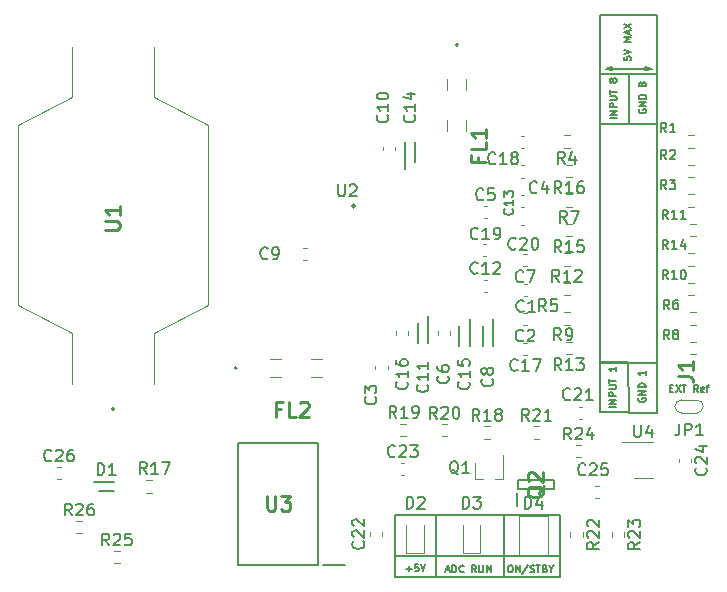
<source format=gbr>
G04 #@! TF.GenerationSoftware,KiCad,Pcbnew,(6.0.9)*
G04 #@! TF.CreationDate,2022-12-13T15:48:36+03:00*
G04 #@! TF.ProjectId,smuHAT,736d7548-4154-42e6-9b69-6361645f7063,2.2*
G04 #@! TF.SameCoordinates,Original*
G04 #@! TF.FileFunction,Legend,Top*
G04 #@! TF.FilePolarity,Positive*
%FSLAX46Y46*%
G04 Gerber Fmt 4.6, Leading zero omitted, Abs format (unit mm)*
G04 Created by KiCad (PCBNEW (6.0.9)) date 2022-12-13 15:48:36*
%MOMM*%
%LPD*%
G01*
G04 APERTURE LIST*
%ADD10C,0.150000*%
%ADD11C,0.254000*%
%ADD12C,0.200000*%
%ADD13C,0.120000*%
%ADD14C,0.250000*%
%ADD15C,0.100000*%
G04 APERTURE END LIST*
D10*
X168463575Y-113241075D02*
X168463575Y-108999275D01*
X168960800Y-84124800D02*
X169468800Y-84277200D01*
X151100000Y-125425000D02*
X151100000Y-127175000D01*
X160350000Y-125425000D02*
X160350000Y-121925000D01*
X168452800Y-109016800D02*
X168452800Y-107746800D01*
X168960800Y-84124800D02*
X169468800Y-83972400D01*
X160350000Y-121925000D02*
X154600000Y-121925000D01*
X173304975Y-113279675D02*
X173297275Y-109018575D01*
X160350000Y-125425000D02*
X160350000Y-127175000D01*
X165100000Y-121925000D02*
X165100000Y-125425000D01*
X173329600Y-80314800D02*
X173329600Y-79603600D01*
X160350000Y-121925000D02*
X165100000Y-121925000D01*
X172872400Y-84124800D02*
X172313600Y-83972400D01*
X168960800Y-84124800D02*
X172872400Y-84124800D01*
X169468800Y-83972400D02*
X168960800Y-84124800D01*
X168503600Y-79603600D02*
X173329600Y-79603600D01*
X154600000Y-125425000D02*
X154600000Y-127175000D01*
X168503600Y-84556600D02*
X173337300Y-84575900D01*
X151100000Y-127175000D02*
X165100000Y-127175000D01*
X170901975Y-113190275D02*
X170880425Y-109008925D01*
X172872400Y-84124800D02*
X172313600Y-84277200D01*
X165100000Y-127175000D02*
X165100000Y-125425000D01*
X165100000Y-125425000D02*
X151100000Y-125425000D01*
X168463575Y-108999275D02*
X173297275Y-109018575D01*
X154600000Y-125425000D02*
X154600000Y-121925000D01*
X151100000Y-121925000D02*
X151100000Y-125425000D01*
X168503600Y-80314800D02*
X168503600Y-79603600D01*
X154600000Y-121925000D02*
X151100000Y-121925000D01*
X172175000Y-109042000D02*
X168452800Y-109016800D01*
X170942000Y-88747600D02*
X170920450Y-84566250D01*
X173304975Y-113279675D02*
X168463575Y-113241075D01*
X168503600Y-88798400D02*
X168503600Y-80314800D01*
X173345000Y-88837000D02*
X173329600Y-80314800D01*
X172313600Y-83972400D02*
X172872400Y-84124800D01*
X152078571Y-126467857D02*
X152535714Y-126467857D01*
X152307142Y-126696428D02*
X152307142Y-126239285D01*
X153107142Y-126096428D02*
X152821428Y-126096428D01*
X152792857Y-126382142D01*
X152821428Y-126353571D01*
X152878571Y-126325000D01*
X153021428Y-126325000D01*
X153078571Y-126353571D01*
X153107142Y-126382142D01*
X153135714Y-126439285D01*
X153135714Y-126582142D01*
X153107142Y-126639285D01*
X153078571Y-126667857D01*
X153021428Y-126696428D01*
X152878571Y-126696428D01*
X152821428Y-126667857D01*
X152792857Y-126639285D01*
X153307142Y-126096428D02*
X153507142Y-126696428D01*
X153707142Y-126096428D01*
X155450000Y-126600000D02*
X155735714Y-126600000D01*
X155392857Y-126771428D02*
X155592857Y-126171428D01*
X155792857Y-126771428D01*
X155992857Y-126771428D02*
X155992857Y-126171428D01*
X156135714Y-126171428D01*
X156221428Y-126200000D01*
X156278571Y-126257142D01*
X156307142Y-126314285D01*
X156335714Y-126428571D01*
X156335714Y-126514285D01*
X156307142Y-126628571D01*
X156278571Y-126685714D01*
X156221428Y-126742857D01*
X156135714Y-126771428D01*
X155992857Y-126771428D01*
X156935714Y-126714285D02*
X156907142Y-126742857D01*
X156821428Y-126771428D01*
X156764285Y-126771428D01*
X156678571Y-126742857D01*
X156621428Y-126685714D01*
X156592857Y-126628571D01*
X156564285Y-126514285D01*
X156564285Y-126428571D01*
X156592857Y-126314285D01*
X156621428Y-126257142D01*
X156678571Y-126200000D01*
X156764285Y-126171428D01*
X156821428Y-126171428D01*
X156907142Y-126200000D01*
X156935714Y-126228571D01*
X157992857Y-126771428D02*
X157792857Y-126485714D01*
X157650000Y-126771428D02*
X157650000Y-126171428D01*
X157878571Y-126171428D01*
X157935714Y-126200000D01*
X157964285Y-126228571D01*
X157992857Y-126285714D01*
X157992857Y-126371428D01*
X157964285Y-126428571D01*
X157935714Y-126457142D01*
X157878571Y-126485714D01*
X157650000Y-126485714D01*
X158250000Y-126171428D02*
X158250000Y-126657142D01*
X158278571Y-126714285D01*
X158307142Y-126742857D01*
X158364285Y-126771428D01*
X158478571Y-126771428D01*
X158535714Y-126742857D01*
X158564285Y-126714285D01*
X158592857Y-126657142D01*
X158592857Y-126171428D01*
X158878571Y-126771428D02*
X158878571Y-126171428D01*
X159221428Y-126771428D01*
X159221428Y-126171428D01*
X169852603Y-112778903D02*
X169252603Y-112778903D01*
X169852603Y-112493189D02*
X169252603Y-112493189D01*
X169852603Y-112150332D01*
X169252603Y-112150332D01*
X169852603Y-111864617D02*
X169252603Y-111864617D01*
X169252603Y-111636046D01*
X169281175Y-111578903D01*
X169309746Y-111550332D01*
X169366889Y-111521760D01*
X169452603Y-111521760D01*
X169509746Y-111550332D01*
X169538317Y-111578903D01*
X169566889Y-111636046D01*
X169566889Y-111864617D01*
X169252603Y-111264617D02*
X169738317Y-111264617D01*
X169795460Y-111236046D01*
X169824032Y-111207475D01*
X169852603Y-111150332D01*
X169852603Y-111036046D01*
X169824032Y-110978903D01*
X169795460Y-110950332D01*
X169738317Y-110921760D01*
X169252603Y-110921760D01*
X169252603Y-110721760D02*
X169252603Y-110378903D01*
X169852603Y-110550332D02*
X169252603Y-110550332D01*
X169852603Y-109407475D02*
X169852603Y-109750332D01*
X169852603Y-109578903D02*
X169252603Y-109578903D01*
X169338317Y-109636046D01*
X169395460Y-109693189D01*
X169424032Y-109750332D01*
X170511828Y-83118171D02*
X170511828Y-83403885D01*
X170797542Y-83432457D01*
X170768971Y-83403885D01*
X170740400Y-83346742D01*
X170740400Y-83203885D01*
X170768971Y-83146742D01*
X170797542Y-83118171D01*
X170854685Y-83089600D01*
X170997542Y-83089600D01*
X171054685Y-83118171D01*
X171083257Y-83146742D01*
X171111828Y-83203885D01*
X171111828Y-83346742D01*
X171083257Y-83403885D01*
X171054685Y-83432457D01*
X170511828Y-82918171D02*
X171111828Y-82718171D01*
X170511828Y-82518171D01*
X171111828Y-81861028D02*
X170511828Y-81861028D01*
X170940400Y-81661028D01*
X170511828Y-81461028D01*
X171111828Y-81461028D01*
X170940400Y-81203885D02*
X170940400Y-80918171D01*
X171111828Y-81261028D02*
X170511828Y-81061028D01*
X171111828Y-80861028D01*
X170511828Y-80718171D02*
X171111828Y-80318171D01*
X170511828Y-80318171D02*
X171111828Y-80718171D01*
X160842857Y-126171428D02*
X160957142Y-126171428D01*
X161014285Y-126200000D01*
X161071428Y-126257142D01*
X161100000Y-126371428D01*
X161100000Y-126571428D01*
X161071428Y-126685714D01*
X161014285Y-126742857D01*
X160957142Y-126771428D01*
X160842857Y-126771428D01*
X160785714Y-126742857D01*
X160728571Y-126685714D01*
X160700000Y-126571428D01*
X160700000Y-126371428D01*
X160728571Y-126257142D01*
X160785714Y-126200000D01*
X160842857Y-126171428D01*
X161357142Y-126771428D02*
X161357142Y-126171428D01*
X161700000Y-126771428D01*
X161700000Y-126171428D01*
X162414285Y-126142857D02*
X161900000Y-126914285D01*
X162585714Y-126742857D02*
X162671428Y-126771428D01*
X162814285Y-126771428D01*
X162871428Y-126742857D01*
X162900000Y-126714285D01*
X162928571Y-126657142D01*
X162928571Y-126600000D01*
X162900000Y-126542857D01*
X162871428Y-126514285D01*
X162814285Y-126485714D01*
X162700000Y-126457142D01*
X162642857Y-126428571D01*
X162614285Y-126400000D01*
X162585714Y-126342857D01*
X162585714Y-126285714D01*
X162614285Y-126228571D01*
X162642857Y-126200000D01*
X162700000Y-126171428D01*
X162842857Y-126171428D01*
X162928571Y-126200000D01*
X163100000Y-126171428D02*
X163442857Y-126171428D01*
X163271428Y-126771428D02*
X163271428Y-126171428D01*
X163842857Y-126457142D02*
X163928571Y-126485714D01*
X163957142Y-126514285D01*
X163985714Y-126571428D01*
X163985714Y-126657142D01*
X163957142Y-126714285D01*
X163928571Y-126742857D01*
X163871428Y-126771428D01*
X163642857Y-126771428D01*
X163642857Y-126171428D01*
X163842857Y-126171428D01*
X163900000Y-126200000D01*
X163928571Y-126228571D01*
X163957142Y-126285714D01*
X163957142Y-126342857D01*
X163928571Y-126400000D01*
X163900000Y-126428571D01*
X163842857Y-126457142D01*
X163642857Y-126457142D01*
X164357142Y-126485714D02*
X164357142Y-126771428D01*
X164157142Y-126171428D02*
X164357142Y-126485714D01*
X164557142Y-126171428D01*
X169892628Y-88336228D02*
X169292628Y-88336228D01*
X169892628Y-88050514D02*
X169292628Y-88050514D01*
X169892628Y-87707657D01*
X169292628Y-87707657D01*
X169892628Y-87421942D02*
X169292628Y-87421942D01*
X169292628Y-87193371D01*
X169321200Y-87136228D01*
X169349771Y-87107657D01*
X169406914Y-87079085D01*
X169492628Y-87079085D01*
X169549771Y-87107657D01*
X169578342Y-87136228D01*
X169606914Y-87193371D01*
X169606914Y-87421942D01*
X169292628Y-86821942D02*
X169778342Y-86821942D01*
X169835485Y-86793371D01*
X169864057Y-86764800D01*
X169892628Y-86707657D01*
X169892628Y-86593371D01*
X169864057Y-86536228D01*
X169835485Y-86507657D01*
X169778342Y-86479085D01*
X169292628Y-86479085D01*
X169292628Y-86279085D02*
X169292628Y-85936228D01*
X169892628Y-86107657D02*
X169292628Y-86107657D01*
X169549771Y-85193371D02*
X169521200Y-85250514D01*
X169492628Y-85279085D01*
X169435485Y-85307657D01*
X169406914Y-85307657D01*
X169349771Y-85279085D01*
X169321200Y-85250514D01*
X169292628Y-85193371D01*
X169292628Y-85079085D01*
X169321200Y-85021942D01*
X169349771Y-84993371D01*
X169406914Y-84964800D01*
X169435485Y-84964800D01*
X169492628Y-84993371D01*
X169521200Y-85021942D01*
X169549771Y-85079085D01*
X169549771Y-85193371D01*
X169578342Y-85250514D01*
X169606914Y-85279085D01*
X169664057Y-85307657D01*
X169778342Y-85307657D01*
X169835485Y-85279085D01*
X169864057Y-85250514D01*
X169892628Y-85193371D01*
X169892628Y-85079085D01*
X169864057Y-85021942D01*
X169835485Y-84993371D01*
X169778342Y-84964800D01*
X169664057Y-84964800D01*
X169606914Y-84993371D01*
X169578342Y-85021942D01*
X169549771Y-85079085D01*
X171770375Y-112028103D02*
X171741803Y-112085246D01*
X171741803Y-112170960D01*
X171770375Y-112256675D01*
X171827517Y-112313817D01*
X171884660Y-112342389D01*
X171998946Y-112370960D01*
X172084660Y-112370960D01*
X172198946Y-112342389D01*
X172256089Y-112313817D01*
X172313232Y-112256675D01*
X172341803Y-112170960D01*
X172341803Y-112113817D01*
X172313232Y-112028103D01*
X172284660Y-111999532D01*
X172084660Y-111999532D01*
X172084660Y-112113817D01*
X172341803Y-111742389D02*
X171741803Y-111742389D01*
X172341803Y-111399532D01*
X171741803Y-111399532D01*
X172341803Y-111113817D02*
X171741803Y-111113817D01*
X171741803Y-110970960D01*
X171770375Y-110885246D01*
X171827517Y-110828103D01*
X171884660Y-110799532D01*
X171998946Y-110770960D01*
X172084660Y-110770960D01*
X172198946Y-110799532D01*
X172256089Y-110828103D01*
X172313232Y-110885246D01*
X172341803Y-110970960D01*
X172341803Y-111113817D01*
X172341803Y-109742389D02*
X172341803Y-110085246D01*
X172341803Y-109913817D02*
X171741803Y-109913817D01*
X171827517Y-109970960D01*
X171884660Y-110028103D01*
X171913232Y-110085246D01*
X171810400Y-87585428D02*
X171781828Y-87642571D01*
X171781828Y-87728285D01*
X171810400Y-87814000D01*
X171867542Y-87871142D01*
X171924685Y-87899714D01*
X172038971Y-87928285D01*
X172124685Y-87928285D01*
X172238971Y-87899714D01*
X172296114Y-87871142D01*
X172353257Y-87814000D01*
X172381828Y-87728285D01*
X172381828Y-87671142D01*
X172353257Y-87585428D01*
X172324685Y-87556857D01*
X172124685Y-87556857D01*
X172124685Y-87671142D01*
X172381828Y-87299714D02*
X171781828Y-87299714D01*
X172381828Y-86956857D01*
X171781828Y-86956857D01*
X172381828Y-86671142D02*
X171781828Y-86671142D01*
X171781828Y-86528285D01*
X171810400Y-86442571D01*
X171867542Y-86385428D01*
X171924685Y-86356857D01*
X172038971Y-86328285D01*
X172124685Y-86328285D01*
X172238971Y-86356857D01*
X172296114Y-86385428D01*
X172353257Y-86442571D01*
X172381828Y-86528285D01*
X172381828Y-86671142D01*
X172038971Y-85528285D02*
X172010400Y-85585428D01*
X171981828Y-85614000D01*
X171924685Y-85642571D01*
X171896114Y-85642571D01*
X171838971Y-85614000D01*
X171810400Y-85585428D01*
X171781828Y-85528285D01*
X171781828Y-85414000D01*
X171810400Y-85356857D01*
X171838971Y-85328285D01*
X171896114Y-85299714D01*
X171924685Y-85299714D01*
X171981828Y-85328285D01*
X172010400Y-85356857D01*
X172038971Y-85414000D01*
X172038971Y-85528285D01*
X172067542Y-85585428D01*
X172096114Y-85614000D01*
X172153257Y-85642571D01*
X172267542Y-85642571D01*
X172324685Y-85614000D01*
X172353257Y-85585428D01*
X172381828Y-85528285D01*
X172381828Y-85414000D01*
X172353257Y-85356857D01*
X172324685Y-85328285D01*
X172267542Y-85299714D01*
X172153257Y-85299714D01*
X172096114Y-85328285D01*
X172067542Y-85356857D01*
X172038971Y-85414000D01*
X174422000Y-111209142D02*
X174622000Y-111209142D01*
X174707714Y-111523428D02*
X174422000Y-111523428D01*
X174422000Y-110923428D01*
X174707714Y-110923428D01*
X174907714Y-110923428D02*
X175307714Y-111523428D01*
X175307714Y-110923428D02*
X174907714Y-111523428D01*
X175450571Y-110923428D02*
X175793428Y-110923428D01*
X175622000Y-111523428D02*
X175622000Y-110923428D01*
X176793428Y-111523428D02*
X176593428Y-111237714D01*
X176450571Y-111523428D02*
X176450571Y-110923428D01*
X176679142Y-110923428D01*
X176736285Y-110952000D01*
X176764857Y-110980571D01*
X176793428Y-111037714D01*
X176793428Y-111123428D01*
X176764857Y-111180571D01*
X176736285Y-111209142D01*
X176679142Y-111237714D01*
X176450571Y-111237714D01*
X177279142Y-111494857D02*
X177222000Y-111523428D01*
X177107714Y-111523428D01*
X177050571Y-111494857D01*
X177022000Y-111437714D01*
X177022000Y-111209142D01*
X177050571Y-111152000D01*
X177107714Y-111123428D01*
X177222000Y-111123428D01*
X177279142Y-111152000D01*
X177307714Y-111209142D01*
X177307714Y-111266285D01*
X177022000Y-111323428D01*
X177479142Y-111123428D02*
X177707714Y-111123428D01*
X177564857Y-111523428D02*
X177564857Y-111009142D01*
X177593428Y-110952000D01*
X177650571Y-110923428D01*
X177707714Y-110923428D01*
D11*
X163763476Y-119470952D02*
X163703000Y-119591904D01*
X163582047Y-119712857D01*
X163400619Y-119894285D01*
X163340142Y-120015238D01*
X163340142Y-120136190D01*
X163642523Y-120075714D02*
X163582047Y-120196666D01*
X163461095Y-120317619D01*
X163219190Y-120378095D01*
X162795857Y-120378095D01*
X162553952Y-120317619D01*
X162433000Y-120196666D01*
X162372523Y-120075714D01*
X162372523Y-119833809D01*
X162433000Y-119712857D01*
X162553952Y-119591904D01*
X162795857Y-119531428D01*
X163219190Y-119531428D01*
X163461095Y-119591904D01*
X163582047Y-119712857D01*
X163642523Y-119833809D01*
X163642523Y-120075714D01*
X162493476Y-119047619D02*
X162433000Y-118987142D01*
X162372523Y-118866190D01*
X162372523Y-118563809D01*
X162433000Y-118442857D01*
X162493476Y-118382380D01*
X162614428Y-118321904D01*
X162735380Y-118321904D01*
X162916809Y-118382380D01*
X163642523Y-119108095D01*
X163642523Y-118321904D01*
D10*
X156504761Y-118472619D02*
X156409523Y-118425000D01*
X156314285Y-118329761D01*
X156171428Y-118186904D01*
X156076190Y-118139285D01*
X155980952Y-118139285D01*
X156028571Y-118377380D02*
X155933333Y-118329761D01*
X155838095Y-118234523D01*
X155790476Y-118044047D01*
X155790476Y-117710714D01*
X155838095Y-117520238D01*
X155933333Y-117425000D01*
X156028571Y-117377380D01*
X156219047Y-117377380D01*
X156314285Y-117425000D01*
X156409523Y-117520238D01*
X156457142Y-117710714D01*
X156457142Y-118044047D01*
X156409523Y-118234523D01*
X156314285Y-118329761D01*
X156219047Y-118377380D01*
X156028571Y-118377380D01*
X157409523Y-118377380D02*
X156838095Y-118377380D01*
X157123809Y-118377380D02*
X157123809Y-117377380D01*
X157028571Y-117520238D01*
X156933333Y-117615476D01*
X156838095Y-117663095D01*
X171882380Y-124217857D02*
X171406190Y-124551190D01*
X171882380Y-124789285D02*
X170882380Y-124789285D01*
X170882380Y-124408333D01*
X170930000Y-124313095D01*
X170977619Y-124265476D01*
X171072857Y-124217857D01*
X171215714Y-124217857D01*
X171310952Y-124265476D01*
X171358571Y-124313095D01*
X171406190Y-124408333D01*
X171406190Y-124789285D01*
X170977619Y-123836904D02*
X170930000Y-123789285D01*
X170882380Y-123694047D01*
X170882380Y-123455952D01*
X170930000Y-123360714D01*
X170977619Y-123313095D01*
X171072857Y-123265476D01*
X171168095Y-123265476D01*
X171310952Y-123313095D01*
X171882380Y-123884523D01*
X171882380Y-123265476D01*
X170882380Y-122932142D02*
X170882380Y-122313095D01*
X171263333Y-122646428D01*
X171263333Y-122503571D01*
X171310952Y-122408333D01*
X171358571Y-122360714D01*
X171453809Y-122313095D01*
X171691904Y-122313095D01*
X171787142Y-122360714D01*
X171834761Y-122408333D01*
X171882380Y-122503571D01*
X171882380Y-122789285D01*
X171834761Y-122884523D01*
X171787142Y-122932142D01*
X158608333Y-95177142D02*
X158560714Y-95224761D01*
X158417857Y-95272380D01*
X158322619Y-95272380D01*
X158179761Y-95224761D01*
X158084523Y-95129523D01*
X158036904Y-95034285D01*
X157989285Y-94843809D01*
X157989285Y-94700952D01*
X158036904Y-94510476D01*
X158084523Y-94415238D01*
X158179761Y-94320000D01*
X158322619Y-94272380D01*
X158417857Y-94272380D01*
X158560714Y-94320000D01*
X158608333Y-94367619D01*
X159513095Y-94272380D02*
X159036904Y-94272380D01*
X158989285Y-94748571D01*
X159036904Y-94700952D01*
X159132142Y-94653333D01*
X159370238Y-94653333D01*
X159465476Y-94700952D01*
X159513095Y-94748571D01*
X159560714Y-94843809D01*
X159560714Y-95081904D01*
X159513095Y-95177142D01*
X159465476Y-95224761D01*
X159370238Y-95272380D01*
X159132142Y-95272380D01*
X159036904Y-95224761D01*
X158989285Y-95177142D01*
X155607142Y-110166666D02*
X155654761Y-110214285D01*
X155702380Y-110357142D01*
X155702380Y-110452380D01*
X155654761Y-110595238D01*
X155559523Y-110690476D01*
X155464285Y-110738095D01*
X155273809Y-110785714D01*
X155130952Y-110785714D01*
X154940476Y-110738095D01*
X154845238Y-110690476D01*
X154750000Y-110595238D01*
X154702380Y-110452380D01*
X154702380Y-110357142D01*
X154750000Y-110214285D01*
X154797619Y-110166666D01*
X154702380Y-109309523D02*
X154702380Y-109500000D01*
X154750000Y-109595238D01*
X154797619Y-109642857D01*
X154940476Y-109738095D01*
X155130952Y-109785714D01*
X155511904Y-109785714D01*
X155607142Y-109738095D01*
X155654761Y-109690476D01*
X155702380Y-109595238D01*
X155702380Y-109404761D01*
X155654761Y-109309523D01*
X155607142Y-109261904D01*
X155511904Y-109214285D01*
X155273809Y-109214285D01*
X155178571Y-109261904D01*
X155130952Y-109309523D01*
X155083333Y-109404761D01*
X155083333Y-109595238D01*
X155130952Y-109690476D01*
X155178571Y-109738095D01*
X155273809Y-109785714D01*
D12*
X146304095Y-93940380D02*
X146304095Y-94749904D01*
X146351714Y-94845142D01*
X146399333Y-94892761D01*
X146494571Y-94940380D01*
X146685047Y-94940380D01*
X146780285Y-94892761D01*
X146827904Y-94845142D01*
X146875523Y-94749904D01*
X146875523Y-93940380D01*
X147304095Y-94035619D02*
X147351714Y-93988000D01*
X147446952Y-93940380D01*
X147685047Y-93940380D01*
X147780285Y-93988000D01*
X147827904Y-94035619D01*
X147875523Y-94130857D01*
X147875523Y-94226095D01*
X147827904Y-94368952D01*
X147256476Y-94940380D01*
X147875523Y-94940380D01*
D10*
X174110666Y-94341904D02*
X173844000Y-93960952D01*
X173653523Y-94341904D02*
X173653523Y-93541904D01*
X173958285Y-93541904D01*
X174034476Y-93580000D01*
X174072571Y-93618095D01*
X174110666Y-93694285D01*
X174110666Y-93808571D01*
X174072571Y-93884761D01*
X174034476Y-93922857D01*
X173958285Y-93960952D01*
X173653523Y-93960952D01*
X174377333Y-93541904D02*
X174872571Y-93541904D01*
X174605904Y-93846666D01*
X174720190Y-93846666D01*
X174796380Y-93884761D01*
X174834476Y-93922857D01*
X174872571Y-93999047D01*
X174872571Y-94189523D01*
X174834476Y-94265714D01*
X174796380Y-94303809D01*
X174720190Y-94341904D01*
X174491619Y-94341904D01*
X174415428Y-94303809D01*
X174377333Y-94265714D01*
X165508333Y-92172380D02*
X165175000Y-91696190D01*
X164936904Y-92172380D02*
X164936904Y-91172380D01*
X165317857Y-91172380D01*
X165413095Y-91220000D01*
X165460714Y-91267619D01*
X165508333Y-91362857D01*
X165508333Y-91505714D01*
X165460714Y-91600952D01*
X165413095Y-91648571D01*
X165317857Y-91696190D01*
X164936904Y-91696190D01*
X166365476Y-91505714D02*
X166365476Y-92172380D01*
X166127380Y-91124761D02*
X165889285Y-91839047D01*
X166508333Y-91839047D01*
X125961904Y-118552380D02*
X125961904Y-117552380D01*
X126200000Y-117552380D01*
X126342857Y-117600000D01*
X126438095Y-117695238D01*
X126485714Y-117790476D01*
X126533333Y-117980952D01*
X126533333Y-118123809D01*
X126485714Y-118314285D01*
X126438095Y-118409523D01*
X126342857Y-118504761D01*
X126200000Y-118552380D01*
X125961904Y-118552380D01*
X127485714Y-118552380D02*
X126914285Y-118552380D01*
X127200000Y-118552380D02*
X127200000Y-117552380D01*
X127104761Y-117695238D01*
X127009523Y-117790476D01*
X126914285Y-117838095D01*
X150479142Y-88061857D02*
X150526761Y-88109476D01*
X150574380Y-88252333D01*
X150574380Y-88347571D01*
X150526761Y-88490428D01*
X150431523Y-88585666D01*
X150336285Y-88633285D01*
X150145809Y-88680904D01*
X150002952Y-88680904D01*
X149812476Y-88633285D01*
X149717238Y-88585666D01*
X149622000Y-88490428D01*
X149574380Y-88347571D01*
X149574380Y-88252333D01*
X149622000Y-88109476D01*
X149669619Y-88061857D01*
X150574380Y-87109476D02*
X150574380Y-87680904D01*
X150574380Y-87395190D02*
X149574380Y-87395190D01*
X149717238Y-87490428D01*
X149812476Y-87585666D01*
X149860095Y-87680904D01*
X149574380Y-86490428D02*
X149574380Y-86395190D01*
X149622000Y-86299952D01*
X149669619Y-86252333D01*
X149764857Y-86204714D01*
X149955333Y-86157095D01*
X150193428Y-86157095D01*
X150383904Y-86204714D01*
X150479142Y-86252333D01*
X150526761Y-86299952D01*
X150574380Y-86395190D01*
X150574380Y-86490428D01*
X150526761Y-86585666D01*
X150479142Y-86633285D01*
X150383904Y-86680904D01*
X150193428Y-86728523D01*
X149955333Y-86728523D01*
X149764857Y-86680904D01*
X149669619Y-86633285D01*
X149622000Y-86585666D01*
X149574380Y-86490428D01*
X163917333Y-104672380D02*
X163584000Y-104196190D01*
X163345904Y-104672380D02*
X163345904Y-103672380D01*
X163726857Y-103672380D01*
X163822095Y-103720000D01*
X163869714Y-103767619D01*
X163917333Y-103862857D01*
X163917333Y-104005714D01*
X163869714Y-104100952D01*
X163822095Y-104148571D01*
X163726857Y-104196190D01*
X163345904Y-104196190D01*
X164822095Y-103672380D02*
X164345904Y-103672380D01*
X164298285Y-104148571D01*
X164345904Y-104100952D01*
X164441142Y-104053333D01*
X164679238Y-104053333D01*
X164774476Y-104100952D01*
X164822095Y-104148571D01*
X164869714Y-104243809D01*
X164869714Y-104481904D01*
X164822095Y-104577142D01*
X164774476Y-104624761D01*
X164679238Y-104672380D01*
X164441142Y-104672380D01*
X164345904Y-104624761D01*
X164298285Y-104577142D01*
D11*
X141460619Y-112939285D02*
X141037285Y-112939285D01*
X141037285Y-113604523D02*
X141037285Y-112334523D01*
X141642047Y-112334523D01*
X142730619Y-113604523D02*
X142125857Y-113604523D01*
X142125857Y-112334523D01*
X143093476Y-112455476D02*
X143153952Y-112395000D01*
X143274904Y-112334523D01*
X143577285Y-112334523D01*
X143698238Y-112395000D01*
X143758714Y-112455476D01*
X143819190Y-112576428D01*
X143819190Y-112697380D01*
X143758714Y-112878809D01*
X143033000Y-113604523D01*
X143819190Y-113604523D01*
D10*
X151257142Y-113702380D02*
X150923809Y-113226190D01*
X150685714Y-113702380D02*
X150685714Y-112702380D01*
X151066666Y-112702380D01*
X151161904Y-112750000D01*
X151209523Y-112797619D01*
X151257142Y-112892857D01*
X151257142Y-113035714D01*
X151209523Y-113130952D01*
X151161904Y-113178571D01*
X151066666Y-113226190D01*
X150685714Y-113226190D01*
X152209523Y-113702380D02*
X151638095Y-113702380D01*
X151923809Y-113702380D02*
X151923809Y-112702380D01*
X151828571Y-112845238D01*
X151733333Y-112940476D01*
X151638095Y-112988095D01*
X152685714Y-113702380D02*
X152876190Y-113702380D01*
X152971428Y-113654761D01*
X153019047Y-113607142D01*
X153114285Y-113464285D01*
X153161904Y-113273809D01*
X153161904Y-112892857D01*
X153114285Y-112797619D01*
X153066666Y-112750000D01*
X152971428Y-112702380D01*
X152780952Y-112702380D01*
X152685714Y-112750000D01*
X152638095Y-112797619D01*
X152590476Y-112892857D01*
X152590476Y-113130952D01*
X152638095Y-113226190D01*
X152685714Y-113273809D01*
X152780952Y-113321428D01*
X152971428Y-113321428D01*
X153066666Y-113273809D01*
X153114285Y-113226190D01*
X153161904Y-113130952D01*
D11*
X126558523Y-97769619D02*
X127586619Y-97769619D01*
X127707571Y-97709142D01*
X127768047Y-97648666D01*
X127828523Y-97527714D01*
X127828523Y-97285809D01*
X127768047Y-97164857D01*
X127707571Y-97104380D01*
X127586619Y-97043904D01*
X126558523Y-97043904D01*
X127828523Y-95773904D02*
X127828523Y-96499619D01*
X127828523Y-96136761D02*
X126558523Y-96136761D01*
X126739952Y-96257714D01*
X126860904Y-96378666D01*
X126921380Y-96499619D01*
D10*
X165683333Y-97172380D02*
X165350000Y-96696190D01*
X165111904Y-97172380D02*
X165111904Y-96172380D01*
X165492857Y-96172380D01*
X165588095Y-96220000D01*
X165635714Y-96267619D01*
X165683333Y-96362857D01*
X165683333Y-96505714D01*
X165635714Y-96600952D01*
X165588095Y-96648571D01*
X165492857Y-96696190D01*
X165111904Y-96696190D01*
X166016666Y-96172380D02*
X166683333Y-96172380D01*
X166254761Y-97172380D01*
X174364666Y-107041904D02*
X174098000Y-106660952D01*
X173907523Y-107041904D02*
X173907523Y-106241904D01*
X174212285Y-106241904D01*
X174288476Y-106280000D01*
X174326571Y-106318095D01*
X174364666Y-106394285D01*
X174364666Y-106508571D01*
X174326571Y-106584761D01*
X174288476Y-106622857D01*
X174212285Y-106660952D01*
X173907523Y-106660952D01*
X174821809Y-106584761D02*
X174745619Y-106546666D01*
X174707523Y-106508571D01*
X174669428Y-106432380D01*
X174669428Y-106394285D01*
X174707523Y-106318095D01*
X174745619Y-106280000D01*
X174821809Y-106241904D01*
X174974190Y-106241904D01*
X175050380Y-106280000D01*
X175088476Y-106318095D01*
X175126571Y-106394285D01*
X175126571Y-106432380D01*
X175088476Y-106508571D01*
X175050380Y-106546666D01*
X174974190Y-106584761D01*
X174821809Y-106584761D01*
X174745619Y-106622857D01*
X174707523Y-106660952D01*
X174669428Y-106737142D01*
X174669428Y-106889523D01*
X174707523Y-106965714D01*
X174745619Y-107003809D01*
X174821809Y-107041904D01*
X174974190Y-107041904D01*
X175050380Y-107003809D01*
X175088476Y-106965714D01*
X175126571Y-106889523D01*
X175126571Y-106737142D01*
X175088476Y-106660952D01*
X175050380Y-106622857D01*
X174974190Y-106584761D01*
X165187333Y-107132380D02*
X164854000Y-106656190D01*
X164615904Y-107132380D02*
X164615904Y-106132380D01*
X164996857Y-106132380D01*
X165092095Y-106180000D01*
X165139714Y-106227619D01*
X165187333Y-106322857D01*
X165187333Y-106465714D01*
X165139714Y-106560952D01*
X165092095Y-106608571D01*
X164996857Y-106656190D01*
X164615904Y-106656190D01*
X165663523Y-107132380D02*
X165854000Y-107132380D01*
X165949238Y-107084761D01*
X165996857Y-107037142D01*
X166092095Y-106894285D01*
X166139714Y-106703809D01*
X166139714Y-106322857D01*
X166092095Y-106227619D01*
X166044476Y-106180000D01*
X165949238Y-106132380D01*
X165758761Y-106132380D01*
X165663523Y-106180000D01*
X165615904Y-106227619D01*
X165568285Y-106322857D01*
X165568285Y-106560952D01*
X165615904Y-106656190D01*
X165663523Y-106703809D01*
X165758761Y-106751428D01*
X165949238Y-106751428D01*
X166044476Y-106703809D01*
X166092095Y-106656190D01*
X166139714Y-106560952D01*
X177453542Y-117927057D02*
X177501161Y-117974676D01*
X177548780Y-118117533D01*
X177548780Y-118212771D01*
X177501161Y-118355628D01*
X177405923Y-118450866D01*
X177310685Y-118498485D01*
X177120209Y-118546104D01*
X176977352Y-118546104D01*
X176786876Y-118498485D01*
X176691638Y-118450866D01*
X176596400Y-118355628D01*
X176548780Y-118212771D01*
X176548780Y-118117533D01*
X176596400Y-117974676D01*
X176644019Y-117927057D01*
X176644019Y-117546104D02*
X176596400Y-117498485D01*
X176548780Y-117403247D01*
X176548780Y-117165152D01*
X176596400Y-117069914D01*
X176644019Y-117022295D01*
X176739257Y-116974676D01*
X176834495Y-116974676D01*
X176977352Y-117022295D01*
X177548780Y-117593723D01*
X177548780Y-116974676D01*
X176882114Y-116117533D02*
X177548780Y-116117533D01*
X176501161Y-116355628D02*
X177215447Y-116593723D01*
X177215447Y-115974676D01*
X161507142Y-109627142D02*
X161459523Y-109674761D01*
X161316666Y-109722380D01*
X161221428Y-109722380D01*
X161078571Y-109674761D01*
X160983333Y-109579523D01*
X160935714Y-109484285D01*
X160888095Y-109293809D01*
X160888095Y-109150952D01*
X160935714Y-108960476D01*
X160983333Y-108865238D01*
X161078571Y-108770000D01*
X161221428Y-108722380D01*
X161316666Y-108722380D01*
X161459523Y-108770000D01*
X161507142Y-108817619D01*
X162459523Y-109722380D02*
X161888095Y-109722380D01*
X162173809Y-109722380D02*
X162173809Y-108722380D01*
X162078571Y-108865238D01*
X161983333Y-108960476D01*
X161888095Y-109008095D01*
X162792857Y-108722380D02*
X163459523Y-108722380D01*
X163030952Y-109722380D01*
X159631142Y-92127142D02*
X159583523Y-92174761D01*
X159440666Y-92222380D01*
X159345428Y-92222380D01*
X159202571Y-92174761D01*
X159107333Y-92079523D01*
X159059714Y-91984285D01*
X159012095Y-91793809D01*
X159012095Y-91650952D01*
X159059714Y-91460476D01*
X159107333Y-91365238D01*
X159202571Y-91270000D01*
X159345428Y-91222380D01*
X159440666Y-91222380D01*
X159583523Y-91270000D01*
X159631142Y-91317619D01*
X160583523Y-92222380D02*
X160012095Y-92222380D01*
X160297809Y-92222380D02*
X160297809Y-91222380D01*
X160202571Y-91365238D01*
X160107333Y-91460476D01*
X160012095Y-91508095D01*
X161154952Y-91650952D02*
X161059714Y-91603333D01*
X161012095Y-91555714D01*
X160964476Y-91460476D01*
X160964476Y-91412857D01*
X161012095Y-91317619D01*
X161059714Y-91270000D01*
X161154952Y-91222380D01*
X161345428Y-91222380D01*
X161440666Y-91270000D01*
X161488285Y-91317619D01*
X161535904Y-91412857D01*
X161535904Y-91460476D01*
X161488285Y-91555714D01*
X161440666Y-91603333D01*
X161345428Y-91650952D01*
X161154952Y-91650952D01*
X161059714Y-91698571D01*
X161012095Y-91746190D01*
X160964476Y-91841428D01*
X160964476Y-92031904D01*
X161012095Y-92127142D01*
X161059714Y-92174761D01*
X161154952Y-92222380D01*
X161345428Y-92222380D01*
X161440666Y-92174761D01*
X161488285Y-92127142D01*
X161535904Y-92031904D01*
X161535904Y-91841428D01*
X161488285Y-91746190D01*
X161440666Y-91698571D01*
X161345428Y-91650952D01*
X158157942Y-98502742D02*
X158110323Y-98550361D01*
X157967466Y-98597980D01*
X157872228Y-98597980D01*
X157729371Y-98550361D01*
X157634133Y-98455123D01*
X157586514Y-98359885D01*
X157538895Y-98169409D01*
X157538895Y-98026552D01*
X157586514Y-97836076D01*
X157634133Y-97740838D01*
X157729371Y-97645600D01*
X157872228Y-97597980D01*
X157967466Y-97597980D01*
X158110323Y-97645600D01*
X158157942Y-97693219D01*
X159110323Y-98597980D02*
X158538895Y-98597980D01*
X158824609Y-98597980D02*
X158824609Y-97597980D01*
X158729371Y-97740838D01*
X158634133Y-97836076D01*
X158538895Y-97883695D01*
X159586514Y-98597980D02*
X159776990Y-98597980D01*
X159872228Y-98550361D01*
X159919847Y-98502742D01*
X160015085Y-98359885D01*
X160062704Y-98169409D01*
X160062704Y-97788457D01*
X160015085Y-97693219D01*
X159967466Y-97645600D01*
X159872228Y-97597980D01*
X159681752Y-97597980D01*
X159586514Y-97645600D01*
X159538895Y-97693219D01*
X159491276Y-97788457D01*
X159491276Y-98026552D01*
X159538895Y-98121790D01*
X159586514Y-98169409D01*
X159681752Y-98217028D01*
X159872228Y-98217028D01*
X159967466Y-98169409D01*
X160015085Y-98121790D01*
X160062704Y-98026552D01*
D11*
X175072523Y-110151333D02*
X175979666Y-110151333D01*
X176161095Y-110211809D01*
X176282047Y-110332761D01*
X176342523Y-110514190D01*
X176342523Y-110635142D01*
X176342523Y-108881333D02*
X176342523Y-109607047D01*
X176342523Y-109244190D02*
X175072523Y-109244190D01*
X175253952Y-109365142D01*
X175374904Y-109486095D01*
X175435380Y-109607047D01*
X158151285Y-91615380D02*
X158151285Y-92038714D01*
X158816523Y-92038714D02*
X157546523Y-92038714D01*
X157546523Y-91433952D01*
X158816523Y-90345380D02*
X158816523Y-90950142D01*
X157546523Y-90950142D01*
X158816523Y-89256809D02*
X158816523Y-89982523D01*
X158816523Y-89619666D02*
X157546523Y-89619666D01*
X157727952Y-89740619D01*
X157848904Y-89861571D01*
X157909380Y-89982523D01*
D10*
X166032142Y-115522380D02*
X165698809Y-115046190D01*
X165460714Y-115522380D02*
X165460714Y-114522380D01*
X165841666Y-114522380D01*
X165936904Y-114570000D01*
X165984523Y-114617619D01*
X166032142Y-114712857D01*
X166032142Y-114855714D01*
X165984523Y-114950952D01*
X165936904Y-114998571D01*
X165841666Y-115046190D01*
X165460714Y-115046190D01*
X166413095Y-114617619D02*
X166460714Y-114570000D01*
X166555952Y-114522380D01*
X166794047Y-114522380D01*
X166889285Y-114570000D01*
X166936904Y-114617619D01*
X166984523Y-114712857D01*
X166984523Y-114808095D01*
X166936904Y-114950952D01*
X166365476Y-115522380D01*
X166984523Y-115522380D01*
X167841666Y-114855714D02*
X167841666Y-115522380D01*
X167603571Y-114474761D02*
X167365476Y-115189047D01*
X167984523Y-115189047D01*
X156861904Y-121377380D02*
X156861904Y-120377380D01*
X157100000Y-120377380D01*
X157242857Y-120425000D01*
X157338095Y-120520238D01*
X157385714Y-120615476D01*
X157433333Y-120805952D01*
X157433333Y-120948809D01*
X157385714Y-121139285D01*
X157338095Y-121234523D01*
X157242857Y-121329761D01*
X157100000Y-121377380D01*
X156861904Y-121377380D01*
X157766666Y-120377380D02*
X158385714Y-120377380D01*
X158052380Y-120758333D01*
X158195238Y-120758333D01*
X158290476Y-120805952D01*
X158338095Y-120853571D01*
X158385714Y-120948809D01*
X158385714Y-121186904D01*
X158338095Y-121282142D01*
X158290476Y-121329761D01*
X158195238Y-121377380D01*
X157909523Y-121377380D01*
X157814285Y-121329761D01*
X157766666Y-121282142D01*
X174110666Y-91801904D02*
X173844000Y-91420952D01*
X173653523Y-91801904D02*
X173653523Y-91001904D01*
X173958285Y-91001904D01*
X174034476Y-91040000D01*
X174072571Y-91078095D01*
X174110666Y-91154285D01*
X174110666Y-91268571D01*
X174072571Y-91344761D01*
X174034476Y-91382857D01*
X173958285Y-91420952D01*
X173653523Y-91420952D01*
X174415428Y-91078095D02*
X174453523Y-91040000D01*
X174529714Y-91001904D01*
X174720190Y-91001904D01*
X174796380Y-91040000D01*
X174834476Y-91078095D01*
X174872571Y-91154285D01*
X174872571Y-91230476D01*
X174834476Y-91344761D01*
X174377333Y-91801904D01*
X174872571Y-91801904D01*
X174364666Y-104501904D02*
X174098000Y-104120952D01*
X173907523Y-104501904D02*
X173907523Y-103701904D01*
X174212285Y-103701904D01*
X174288476Y-103740000D01*
X174326571Y-103778095D01*
X174364666Y-103854285D01*
X174364666Y-103968571D01*
X174326571Y-104044761D01*
X174288476Y-104082857D01*
X174212285Y-104120952D01*
X173907523Y-104120952D01*
X175050380Y-103701904D02*
X174898000Y-103701904D01*
X174821809Y-103740000D01*
X174783714Y-103778095D01*
X174707523Y-103892380D01*
X174669428Y-104044761D01*
X174669428Y-104349523D01*
X174707523Y-104425714D01*
X174745619Y-104463809D01*
X174821809Y-104501904D01*
X174974190Y-104501904D01*
X175050380Y-104463809D01*
X175088476Y-104425714D01*
X175126571Y-104349523D01*
X175126571Y-104159047D01*
X175088476Y-104082857D01*
X175050380Y-104044761D01*
X174974190Y-104006666D01*
X174821809Y-104006666D01*
X174745619Y-104044761D01*
X174707523Y-104082857D01*
X174669428Y-104159047D01*
X174237714Y-101961904D02*
X173971047Y-101580952D01*
X173780571Y-101961904D02*
X173780571Y-101161904D01*
X174085333Y-101161904D01*
X174161523Y-101200000D01*
X174199619Y-101238095D01*
X174237714Y-101314285D01*
X174237714Y-101428571D01*
X174199619Y-101504761D01*
X174161523Y-101542857D01*
X174085333Y-101580952D01*
X173780571Y-101580952D01*
X174999619Y-101961904D02*
X174542476Y-101961904D01*
X174771047Y-101961904D02*
X174771047Y-101161904D01*
X174694857Y-101276190D01*
X174618666Y-101352380D01*
X174542476Y-101390476D01*
X175494857Y-101161904D02*
X175571047Y-101161904D01*
X175647238Y-101200000D01*
X175685333Y-101238095D01*
X175723428Y-101314285D01*
X175761523Y-101466666D01*
X175761523Y-101657142D01*
X175723428Y-101809523D01*
X175685333Y-101885714D01*
X175647238Y-101923809D01*
X175571047Y-101961904D01*
X175494857Y-101961904D01*
X175418666Y-101923809D01*
X175380571Y-101885714D01*
X175342476Y-101809523D01*
X175304380Y-101657142D01*
X175304380Y-101466666D01*
X175342476Y-101314285D01*
X175380571Y-101238095D01*
X175418666Y-101200000D01*
X175494857Y-101161904D01*
X171379395Y-114313980D02*
X171379395Y-115123504D01*
X171427014Y-115218742D01*
X171474633Y-115266361D01*
X171569871Y-115313980D01*
X171760347Y-115313980D01*
X171855585Y-115266361D01*
X171903204Y-115218742D01*
X171950823Y-115123504D01*
X171950823Y-114313980D01*
X172855585Y-114647314D02*
X172855585Y-115313980D01*
X172617490Y-114266361D02*
X172379395Y-114980647D01*
X172998442Y-114980647D01*
X153857142Y-110892857D02*
X153904761Y-110940476D01*
X153952380Y-111083333D01*
X153952380Y-111178571D01*
X153904761Y-111321428D01*
X153809523Y-111416666D01*
X153714285Y-111464285D01*
X153523809Y-111511904D01*
X153380952Y-111511904D01*
X153190476Y-111464285D01*
X153095238Y-111416666D01*
X153000000Y-111321428D01*
X152952380Y-111178571D01*
X152952380Y-111083333D01*
X153000000Y-110940476D01*
X153047619Y-110892857D01*
X153952380Y-109940476D02*
X153952380Y-110511904D01*
X153952380Y-110226190D02*
X152952380Y-110226190D01*
X153095238Y-110321428D01*
X153190476Y-110416666D01*
X153238095Y-110511904D01*
X153952380Y-108988095D02*
X153952380Y-109559523D01*
X153952380Y-109273809D02*
X152952380Y-109273809D01*
X153095238Y-109369047D01*
X153190476Y-109464285D01*
X153238095Y-109559523D01*
X152111904Y-121377380D02*
X152111904Y-120377380D01*
X152350000Y-120377380D01*
X152492857Y-120425000D01*
X152588095Y-120520238D01*
X152635714Y-120615476D01*
X152683333Y-120805952D01*
X152683333Y-120948809D01*
X152635714Y-121139285D01*
X152588095Y-121234523D01*
X152492857Y-121329761D01*
X152350000Y-121377380D01*
X152111904Y-121377380D01*
X153064285Y-120472619D02*
X153111904Y-120425000D01*
X153207142Y-120377380D01*
X153445238Y-120377380D01*
X153540476Y-120425000D01*
X153588095Y-120472619D01*
X153635714Y-120567857D01*
X153635714Y-120663095D01*
X153588095Y-120805952D01*
X153016666Y-121377380D01*
X153635714Y-121377380D01*
X122039142Y-117291142D02*
X121991523Y-117338761D01*
X121848666Y-117386380D01*
X121753428Y-117386380D01*
X121610571Y-117338761D01*
X121515333Y-117243523D01*
X121467714Y-117148285D01*
X121420095Y-116957809D01*
X121420095Y-116814952D01*
X121467714Y-116624476D01*
X121515333Y-116529238D01*
X121610571Y-116434000D01*
X121753428Y-116386380D01*
X121848666Y-116386380D01*
X121991523Y-116434000D01*
X122039142Y-116481619D01*
X122420095Y-116481619D02*
X122467714Y-116434000D01*
X122562952Y-116386380D01*
X122801047Y-116386380D01*
X122896285Y-116434000D01*
X122943904Y-116481619D01*
X122991523Y-116576857D01*
X122991523Y-116672095D01*
X122943904Y-116814952D01*
X122372476Y-117386380D01*
X122991523Y-117386380D01*
X123848666Y-116386380D02*
X123658190Y-116386380D01*
X123562952Y-116434000D01*
X123515333Y-116481619D01*
X123420095Y-116624476D01*
X123372476Y-116814952D01*
X123372476Y-117195904D01*
X123420095Y-117291142D01*
X123467714Y-117338761D01*
X123562952Y-117386380D01*
X123753428Y-117386380D01*
X123848666Y-117338761D01*
X123896285Y-117291142D01*
X123943904Y-117195904D01*
X123943904Y-116957809D01*
X123896285Y-116862571D01*
X123848666Y-116814952D01*
X123753428Y-116767333D01*
X123562952Y-116767333D01*
X123467714Y-116814952D01*
X123420095Y-116862571D01*
X123372476Y-116957809D01*
X130107142Y-118452380D02*
X129773809Y-117976190D01*
X129535714Y-118452380D02*
X129535714Y-117452380D01*
X129916666Y-117452380D01*
X130011904Y-117500000D01*
X130059523Y-117547619D01*
X130107142Y-117642857D01*
X130107142Y-117785714D01*
X130059523Y-117880952D01*
X130011904Y-117928571D01*
X129916666Y-117976190D01*
X129535714Y-117976190D01*
X131059523Y-118452380D02*
X130488095Y-118452380D01*
X130773809Y-118452380D02*
X130773809Y-117452380D01*
X130678571Y-117595238D01*
X130583333Y-117690476D01*
X130488095Y-117738095D01*
X131392857Y-117452380D02*
X132059523Y-117452380D01*
X131630952Y-118452380D01*
D11*
X140282380Y-120304523D02*
X140282380Y-121332619D01*
X140342857Y-121453571D01*
X140403333Y-121514047D01*
X140524285Y-121574523D01*
X140766190Y-121574523D01*
X140887142Y-121514047D01*
X140947619Y-121453571D01*
X141008095Y-121332619D01*
X141008095Y-120304523D01*
X141491904Y-120304523D02*
X142278095Y-120304523D01*
X141854761Y-120788333D01*
X142036190Y-120788333D01*
X142157142Y-120848809D01*
X142217619Y-120909285D01*
X142278095Y-121030238D01*
X142278095Y-121332619D01*
X142217619Y-121453571D01*
X142157142Y-121514047D01*
X142036190Y-121574523D01*
X141673333Y-121574523D01*
X141552380Y-121514047D01*
X141491904Y-121453571D01*
D10*
X158282142Y-113947380D02*
X157948809Y-113471190D01*
X157710714Y-113947380D02*
X157710714Y-112947380D01*
X158091666Y-112947380D01*
X158186904Y-112995000D01*
X158234523Y-113042619D01*
X158282142Y-113137857D01*
X158282142Y-113280714D01*
X158234523Y-113375952D01*
X158186904Y-113423571D01*
X158091666Y-113471190D01*
X157710714Y-113471190D01*
X159234523Y-113947380D02*
X158663095Y-113947380D01*
X158948809Y-113947380D02*
X158948809Y-112947380D01*
X158853571Y-113090238D01*
X158758333Y-113185476D01*
X158663095Y-113233095D01*
X159805952Y-113375952D02*
X159710714Y-113328333D01*
X159663095Y-113280714D01*
X159615476Y-113185476D01*
X159615476Y-113137857D01*
X159663095Y-113042619D01*
X159710714Y-112995000D01*
X159805952Y-112947380D01*
X159996428Y-112947380D01*
X160091666Y-112995000D01*
X160139285Y-113042619D01*
X160186904Y-113137857D01*
X160186904Y-113185476D01*
X160139285Y-113280714D01*
X160091666Y-113328333D01*
X159996428Y-113375952D01*
X159805952Y-113375952D01*
X159710714Y-113423571D01*
X159663095Y-113471190D01*
X159615476Y-113566428D01*
X159615476Y-113756904D01*
X159663095Y-113852142D01*
X159710714Y-113899761D01*
X159805952Y-113947380D01*
X159996428Y-113947380D01*
X160091666Y-113899761D01*
X160139285Y-113852142D01*
X160186904Y-113756904D01*
X160186904Y-113566428D01*
X160139285Y-113471190D01*
X160091666Y-113423571D01*
X159996428Y-113375952D01*
X174237714Y-99421904D02*
X173971047Y-99040952D01*
X173780571Y-99421904D02*
X173780571Y-98621904D01*
X174085333Y-98621904D01*
X174161523Y-98660000D01*
X174199619Y-98698095D01*
X174237714Y-98774285D01*
X174237714Y-98888571D01*
X174199619Y-98964761D01*
X174161523Y-99002857D01*
X174085333Y-99040952D01*
X173780571Y-99040952D01*
X174999619Y-99421904D02*
X174542476Y-99421904D01*
X174771047Y-99421904D02*
X174771047Y-98621904D01*
X174694857Y-98736190D01*
X174618666Y-98812380D01*
X174542476Y-98850476D01*
X175685333Y-98888571D02*
X175685333Y-99421904D01*
X175494857Y-98583809D02*
X175304380Y-99155238D01*
X175799619Y-99155238D01*
X151132142Y-116927142D02*
X151084523Y-116974761D01*
X150941666Y-117022380D01*
X150846428Y-117022380D01*
X150703571Y-116974761D01*
X150608333Y-116879523D01*
X150560714Y-116784285D01*
X150513095Y-116593809D01*
X150513095Y-116450952D01*
X150560714Y-116260476D01*
X150608333Y-116165238D01*
X150703571Y-116070000D01*
X150846428Y-116022380D01*
X150941666Y-116022380D01*
X151084523Y-116070000D01*
X151132142Y-116117619D01*
X151513095Y-116117619D02*
X151560714Y-116070000D01*
X151655952Y-116022380D01*
X151894047Y-116022380D01*
X151989285Y-116070000D01*
X152036904Y-116117619D01*
X152084523Y-116212857D01*
X152084523Y-116308095D01*
X152036904Y-116450952D01*
X151465476Y-117022380D01*
X152084523Y-117022380D01*
X152417857Y-116022380D02*
X153036904Y-116022380D01*
X152703571Y-116403333D01*
X152846428Y-116403333D01*
X152941666Y-116450952D01*
X152989285Y-116498571D01*
X153036904Y-116593809D01*
X153036904Y-116831904D01*
X152989285Y-116927142D01*
X152941666Y-116974761D01*
X152846428Y-117022380D01*
X152560714Y-117022380D01*
X152465476Y-116974761D01*
X152417857Y-116927142D01*
X158132142Y-101427142D02*
X158084523Y-101474761D01*
X157941666Y-101522380D01*
X157846428Y-101522380D01*
X157703571Y-101474761D01*
X157608333Y-101379523D01*
X157560714Y-101284285D01*
X157513095Y-101093809D01*
X157513095Y-100950952D01*
X157560714Y-100760476D01*
X157608333Y-100665238D01*
X157703571Y-100570000D01*
X157846428Y-100522380D01*
X157941666Y-100522380D01*
X158084523Y-100570000D01*
X158132142Y-100617619D01*
X159084523Y-101522380D02*
X158513095Y-101522380D01*
X158798809Y-101522380D02*
X158798809Y-100522380D01*
X158703571Y-100665238D01*
X158608333Y-100760476D01*
X158513095Y-100808095D01*
X159465476Y-100617619D02*
X159513095Y-100570000D01*
X159608333Y-100522380D01*
X159846428Y-100522380D01*
X159941666Y-100570000D01*
X159989285Y-100617619D01*
X160036904Y-100712857D01*
X160036904Y-100808095D01*
X159989285Y-100950952D01*
X159417857Y-101522380D01*
X160036904Y-101522380D01*
X161067714Y-96018285D02*
X161105809Y-96056380D01*
X161143904Y-96170666D01*
X161143904Y-96246857D01*
X161105809Y-96361142D01*
X161029619Y-96437333D01*
X160953428Y-96475428D01*
X160801047Y-96513523D01*
X160686761Y-96513523D01*
X160534380Y-96475428D01*
X160458190Y-96437333D01*
X160382000Y-96361142D01*
X160343904Y-96246857D01*
X160343904Y-96170666D01*
X160382000Y-96056380D01*
X160420095Y-96018285D01*
X161143904Y-95256380D02*
X161143904Y-95713523D01*
X161143904Y-95484952D02*
X160343904Y-95484952D01*
X160458190Y-95561142D01*
X160534380Y-95637333D01*
X160572476Y-95713523D01*
X160343904Y-94989714D02*
X160343904Y-94494476D01*
X160648666Y-94761142D01*
X160648666Y-94646857D01*
X160686761Y-94570666D01*
X160724857Y-94532571D01*
X160801047Y-94494476D01*
X160991523Y-94494476D01*
X161067714Y-94532571D01*
X161105809Y-94570666D01*
X161143904Y-94646857D01*
X161143904Y-94875428D01*
X161105809Y-94951619D01*
X161067714Y-94989714D01*
X174110666Y-89515904D02*
X173844000Y-89134952D01*
X173653523Y-89515904D02*
X173653523Y-88715904D01*
X173958285Y-88715904D01*
X174034476Y-88754000D01*
X174072571Y-88792095D01*
X174110666Y-88868285D01*
X174110666Y-88982571D01*
X174072571Y-89058761D01*
X174034476Y-89096857D01*
X173958285Y-89134952D01*
X173653523Y-89134952D01*
X174872571Y-89515904D02*
X174415428Y-89515904D01*
X174644000Y-89515904D02*
X174644000Y-88715904D01*
X174567809Y-88830190D01*
X174491619Y-88906380D01*
X174415428Y-88944476D01*
X152757142Y-88066857D02*
X152804761Y-88114476D01*
X152852380Y-88257333D01*
X152852380Y-88352571D01*
X152804761Y-88495428D01*
X152709523Y-88590666D01*
X152614285Y-88638285D01*
X152423809Y-88685904D01*
X152280952Y-88685904D01*
X152090476Y-88638285D01*
X151995238Y-88590666D01*
X151900000Y-88495428D01*
X151852380Y-88352571D01*
X151852380Y-88257333D01*
X151900000Y-88114476D01*
X151947619Y-88066857D01*
X152852380Y-87114476D02*
X152852380Y-87685904D01*
X152852380Y-87400190D02*
X151852380Y-87400190D01*
X151995238Y-87495428D01*
X152090476Y-87590666D01*
X152138095Y-87685904D01*
X152185714Y-86257333D02*
X152852380Y-86257333D01*
X151804761Y-86495428D02*
X152519047Y-86733523D01*
X152519047Y-86114476D01*
X123754142Y-121958380D02*
X123420809Y-121482190D01*
X123182714Y-121958380D02*
X123182714Y-120958380D01*
X123563666Y-120958380D01*
X123658904Y-121006000D01*
X123706523Y-121053619D01*
X123754142Y-121148857D01*
X123754142Y-121291714D01*
X123706523Y-121386952D01*
X123658904Y-121434571D01*
X123563666Y-121482190D01*
X123182714Y-121482190D01*
X124135095Y-121053619D02*
X124182714Y-121006000D01*
X124277952Y-120958380D01*
X124516047Y-120958380D01*
X124611285Y-121006000D01*
X124658904Y-121053619D01*
X124706523Y-121148857D01*
X124706523Y-121244095D01*
X124658904Y-121386952D01*
X124087476Y-121958380D01*
X124706523Y-121958380D01*
X125563666Y-120958380D02*
X125373190Y-120958380D01*
X125277952Y-121006000D01*
X125230333Y-121053619D01*
X125135095Y-121196476D01*
X125087476Y-121386952D01*
X125087476Y-121767904D01*
X125135095Y-121863142D01*
X125182714Y-121910761D01*
X125277952Y-121958380D01*
X125468428Y-121958380D01*
X125563666Y-121910761D01*
X125611285Y-121863142D01*
X125658904Y-121767904D01*
X125658904Y-121529809D01*
X125611285Y-121434571D01*
X125563666Y-121386952D01*
X125468428Y-121339333D01*
X125277952Y-121339333D01*
X125182714Y-121386952D01*
X125135095Y-121434571D01*
X125087476Y-121529809D01*
X157357142Y-110642857D02*
X157404761Y-110690476D01*
X157452380Y-110833333D01*
X157452380Y-110928571D01*
X157404761Y-111071428D01*
X157309523Y-111166666D01*
X157214285Y-111214285D01*
X157023809Y-111261904D01*
X156880952Y-111261904D01*
X156690476Y-111214285D01*
X156595238Y-111166666D01*
X156500000Y-111071428D01*
X156452380Y-110928571D01*
X156452380Y-110833333D01*
X156500000Y-110690476D01*
X156547619Y-110642857D01*
X157452380Y-109690476D02*
X157452380Y-110261904D01*
X157452380Y-109976190D02*
X156452380Y-109976190D01*
X156595238Y-110071428D01*
X156690476Y-110166666D01*
X156738095Y-110261904D01*
X156452380Y-108785714D02*
X156452380Y-109261904D01*
X156928571Y-109309523D01*
X156880952Y-109261904D01*
X156833333Y-109166666D01*
X156833333Y-108928571D01*
X156880952Y-108833333D01*
X156928571Y-108785714D01*
X157023809Y-108738095D01*
X157261904Y-108738095D01*
X157357142Y-108785714D01*
X157404761Y-108833333D01*
X157452380Y-108928571D01*
X157452380Y-109166666D01*
X157404761Y-109261904D01*
X157357142Y-109309523D01*
X152107142Y-110642857D02*
X152154761Y-110690476D01*
X152202380Y-110833333D01*
X152202380Y-110928571D01*
X152154761Y-111071428D01*
X152059523Y-111166666D01*
X151964285Y-111214285D01*
X151773809Y-111261904D01*
X151630952Y-111261904D01*
X151440476Y-111214285D01*
X151345238Y-111166666D01*
X151250000Y-111071428D01*
X151202380Y-110928571D01*
X151202380Y-110833333D01*
X151250000Y-110690476D01*
X151297619Y-110642857D01*
X152202380Y-109690476D02*
X152202380Y-110261904D01*
X152202380Y-109976190D02*
X151202380Y-109976190D01*
X151345238Y-110071428D01*
X151440476Y-110166666D01*
X151488095Y-110261904D01*
X151202380Y-108833333D02*
X151202380Y-109023809D01*
X151250000Y-109119047D01*
X151297619Y-109166666D01*
X151440476Y-109261904D01*
X151630952Y-109309523D01*
X152011904Y-109309523D01*
X152107142Y-109261904D01*
X152154761Y-109214285D01*
X152202380Y-109119047D01*
X152202380Y-108928571D01*
X152154761Y-108833333D01*
X152107142Y-108785714D01*
X152011904Y-108738095D01*
X151773809Y-108738095D01*
X151678571Y-108785714D01*
X151630952Y-108833333D01*
X151583333Y-108928571D01*
X151583333Y-109119047D01*
X151630952Y-109214285D01*
X151678571Y-109261904D01*
X151773809Y-109309523D01*
X162457142Y-113947380D02*
X162123809Y-113471190D01*
X161885714Y-113947380D02*
X161885714Y-112947380D01*
X162266666Y-112947380D01*
X162361904Y-112995000D01*
X162409523Y-113042619D01*
X162457142Y-113137857D01*
X162457142Y-113280714D01*
X162409523Y-113375952D01*
X162361904Y-113423571D01*
X162266666Y-113471190D01*
X161885714Y-113471190D01*
X162838095Y-113042619D02*
X162885714Y-112995000D01*
X162980952Y-112947380D01*
X163219047Y-112947380D01*
X163314285Y-112995000D01*
X163361904Y-113042619D01*
X163409523Y-113137857D01*
X163409523Y-113233095D01*
X163361904Y-113375952D01*
X162790476Y-113947380D01*
X163409523Y-113947380D01*
X164361904Y-113947380D02*
X163790476Y-113947380D01*
X164076190Y-113947380D02*
X164076190Y-112947380D01*
X163980952Y-113090238D01*
X163885714Y-113185476D01*
X163790476Y-113233095D01*
X165957142Y-112107142D02*
X165909523Y-112154761D01*
X165766666Y-112202380D01*
X165671428Y-112202380D01*
X165528571Y-112154761D01*
X165433333Y-112059523D01*
X165385714Y-111964285D01*
X165338095Y-111773809D01*
X165338095Y-111630952D01*
X165385714Y-111440476D01*
X165433333Y-111345238D01*
X165528571Y-111250000D01*
X165671428Y-111202380D01*
X165766666Y-111202380D01*
X165909523Y-111250000D01*
X165957142Y-111297619D01*
X166338095Y-111297619D02*
X166385714Y-111250000D01*
X166480952Y-111202380D01*
X166719047Y-111202380D01*
X166814285Y-111250000D01*
X166861904Y-111297619D01*
X166909523Y-111392857D01*
X166909523Y-111488095D01*
X166861904Y-111630952D01*
X166290476Y-112202380D01*
X166909523Y-112202380D01*
X167861904Y-112202380D02*
X167290476Y-112202380D01*
X167576190Y-112202380D02*
X167576190Y-111202380D01*
X167480952Y-111345238D01*
X167385714Y-111440476D01*
X167290476Y-111488095D01*
X161357142Y-99357142D02*
X161309523Y-99404761D01*
X161166666Y-99452380D01*
X161071428Y-99452380D01*
X160928571Y-99404761D01*
X160833333Y-99309523D01*
X160785714Y-99214285D01*
X160738095Y-99023809D01*
X160738095Y-98880952D01*
X160785714Y-98690476D01*
X160833333Y-98595238D01*
X160928571Y-98500000D01*
X161071428Y-98452380D01*
X161166666Y-98452380D01*
X161309523Y-98500000D01*
X161357142Y-98547619D01*
X161738095Y-98547619D02*
X161785714Y-98500000D01*
X161880952Y-98452380D01*
X162119047Y-98452380D01*
X162214285Y-98500000D01*
X162261904Y-98547619D01*
X162309523Y-98642857D01*
X162309523Y-98738095D01*
X162261904Y-98880952D01*
X161690476Y-99452380D01*
X162309523Y-99452380D01*
X162928571Y-98452380D02*
X163023809Y-98452380D01*
X163119047Y-98500000D01*
X163166666Y-98547619D01*
X163214285Y-98642857D01*
X163261904Y-98833333D01*
X163261904Y-99071428D01*
X163214285Y-99261904D01*
X163166666Y-99357142D01*
X163119047Y-99404761D01*
X163023809Y-99452380D01*
X162928571Y-99452380D01*
X162833333Y-99404761D01*
X162785714Y-99357142D01*
X162738095Y-99261904D01*
X162690476Y-99071428D01*
X162690476Y-98833333D01*
X162738095Y-98642857D01*
X162785714Y-98547619D01*
X162833333Y-98500000D01*
X162928571Y-98452380D01*
X148427142Y-124167857D02*
X148474761Y-124215476D01*
X148522380Y-124358333D01*
X148522380Y-124453571D01*
X148474761Y-124596428D01*
X148379523Y-124691666D01*
X148284285Y-124739285D01*
X148093809Y-124786904D01*
X147950952Y-124786904D01*
X147760476Y-124739285D01*
X147665238Y-124691666D01*
X147570000Y-124596428D01*
X147522380Y-124453571D01*
X147522380Y-124358333D01*
X147570000Y-124215476D01*
X147617619Y-124167857D01*
X147617619Y-123786904D02*
X147570000Y-123739285D01*
X147522380Y-123644047D01*
X147522380Y-123405952D01*
X147570000Y-123310714D01*
X147617619Y-123263095D01*
X147712857Y-123215476D01*
X147808095Y-123215476D01*
X147950952Y-123263095D01*
X148522380Y-123834523D01*
X148522380Y-123215476D01*
X147617619Y-122834523D02*
X147570000Y-122786904D01*
X147522380Y-122691666D01*
X147522380Y-122453571D01*
X147570000Y-122358333D01*
X147617619Y-122310714D01*
X147712857Y-122263095D01*
X147808095Y-122263095D01*
X147950952Y-122310714D01*
X148522380Y-122882142D01*
X148522380Y-122263095D01*
X162033333Y-104627142D02*
X161985714Y-104674761D01*
X161842857Y-104722380D01*
X161747619Y-104722380D01*
X161604761Y-104674761D01*
X161509523Y-104579523D01*
X161461904Y-104484285D01*
X161414285Y-104293809D01*
X161414285Y-104150952D01*
X161461904Y-103960476D01*
X161509523Y-103865238D01*
X161604761Y-103770000D01*
X161747619Y-103722380D01*
X161842857Y-103722380D01*
X161985714Y-103770000D01*
X162033333Y-103817619D01*
X162985714Y-104722380D02*
X162414285Y-104722380D01*
X162700000Y-104722380D02*
X162700000Y-103722380D01*
X162604761Y-103865238D01*
X162509523Y-103960476D01*
X162414285Y-104008095D01*
X161983333Y-107127142D02*
X161935714Y-107174761D01*
X161792857Y-107222380D01*
X161697619Y-107222380D01*
X161554761Y-107174761D01*
X161459523Y-107079523D01*
X161411904Y-106984285D01*
X161364285Y-106793809D01*
X161364285Y-106650952D01*
X161411904Y-106460476D01*
X161459523Y-106365238D01*
X161554761Y-106270000D01*
X161697619Y-106222380D01*
X161792857Y-106222380D01*
X161935714Y-106270000D01*
X161983333Y-106317619D01*
X162364285Y-106317619D02*
X162411904Y-106270000D01*
X162507142Y-106222380D01*
X162745238Y-106222380D01*
X162840476Y-106270000D01*
X162888095Y-106317619D01*
X162935714Y-106412857D01*
X162935714Y-106508095D01*
X162888095Y-106650952D01*
X162316666Y-107222380D01*
X162935714Y-107222380D01*
X175199066Y-114177580D02*
X175199066Y-114891866D01*
X175151447Y-115034723D01*
X175056209Y-115129961D01*
X174913352Y-115177580D01*
X174818114Y-115177580D01*
X175675257Y-115177580D02*
X175675257Y-114177580D01*
X176056209Y-114177580D01*
X176151447Y-114225200D01*
X176199066Y-114272819D01*
X176246685Y-114368057D01*
X176246685Y-114510914D01*
X176199066Y-114606152D01*
X176151447Y-114653771D01*
X176056209Y-114701390D01*
X175675257Y-114701390D01*
X177199066Y-115177580D02*
X176627638Y-115177580D01*
X176913352Y-115177580D02*
X176913352Y-114177580D01*
X176818114Y-114320438D01*
X176722876Y-114415676D01*
X176627638Y-114463295D01*
X149455142Y-111926666D02*
X149502761Y-111974285D01*
X149550380Y-112117142D01*
X149550380Y-112212380D01*
X149502761Y-112355238D01*
X149407523Y-112450476D01*
X149312285Y-112498095D01*
X149121809Y-112545714D01*
X148978952Y-112545714D01*
X148788476Y-112498095D01*
X148693238Y-112450476D01*
X148598000Y-112355238D01*
X148550380Y-112212380D01*
X148550380Y-112117142D01*
X148598000Y-111974285D01*
X148645619Y-111926666D01*
X148550380Y-111593333D02*
X148550380Y-110974285D01*
X148931333Y-111307619D01*
X148931333Y-111164761D01*
X148978952Y-111069523D01*
X149026571Y-111021904D01*
X149121809Y-110974285D01*
X149359904Y-110974285D01*
X149455142Y-111021904D01*
X149502761Y-111069523D01*
X149550380Y-111164761D01*
X149550380Y-111450476D01*
X149502761Y-111545714D01*
X149455142Y-111593333D01*
X163155333Y-94591142D02*
X163107714Y-94638761D01*
X162964857Y-94686380D01*
X162869619Y-94686380D01*
X162726761Y-94638761D01*
X162631523Y-94543523D01*
X162583904Y-94448285D01*
X162536285Y-94257809D01*
X162536285Y-94114952D01*
X162583904Y-93924476D01*
X162631523Y-93829238D01*
X162726761Y-93734000D01*
X162869619Y-93686380D01*
X162964857Y-93686380D01*
X163107714Y-93734000D01*
X163155333Y-93781619D01*
X164012476Y-94019714D02*
X164012476Y-94686380D01*
X163774380Y-93638761D02*
X163536285Y-94353047D01*
X164155333Y-94353047D01*
X174237714Y-96881904D02*
X173971047Y-96500952D01*
X173780571Y-96881904D02*
X173780571Y-96081904D01*
X174085333Y-96081904D01*
X174161523Y-96120000D01*
X174199619Y-96158095D01*
X174237714Y-96234285D01*
X174237714Y-96348571D01*
X174199619Y-96424761D01*
X174161523Y-96462857D01*
X174085333Y-96500952D01*
X173780571Y-96500952D01*
X174999619Y-96881904D02*
X174542476Y-96881904D01*
X174771047Y-96881904D02*
X174771047Y-96081904D01*
X174694857Y-96196190D01*
X174618666Y-96272380D01*
X174542476Y-96310476D01*
X175761523Y-96881904D02*
X175304380Y-96881904D01*
X175532952Y-96881904D02*
X175532952Y-96081904D01*
X175456761Y-96196190D01*
X175380571Y-96272380D01*
X175304380Y-96310476D01*
X126928142Y-124498380D02*
X126594809Y-124022190D01*
X126356714Y-124498380D02*
X126356714Y-123498380D01*
X126737666Y-123498380D01*
X126832904Y-123546000D01*
X126880523Y-123593619D01*
X126928142Y-123688857D01*
X126928142Y-123831714D01*
X126880523Y-123926952D01*
X126832904Y-123974571D01*
X126737666Y-124022190D01*
X126356714Y-124022190D01*
X127309095Y-123593619D02*
X127356714Y-123546000D01*
X127451952Y-123498380D01*
X127690047Y-123498380D01*
X127785285Y-123546000D01*
X127832904Y-123593619D01*
X127880523Y-123688857D01*
X127880523Y-123784095D01*
X127832904Y-123926952D01*
X127261476Y-124498380D01*
X127880523Y-124498380D01*
X128785285Y-123498380D02*
X128309095Y-123498380D01*
X128261476Y-123974571D01*
X128309095Y-123926952D01*
X128404333Y-123879333D01*
X128642428Y-123879333D01*
X128737666Y-123926952D01*
X128785285Y-123974571D01*
X128832904Y-124069809D01*
X128832904Y-124307904D01*
X128785285Y-124403142D01*
X128737666Y-124450761D01*
X128642428Y-124498380D01*
X128404333Y-124498380D01*
X128309095Y-124450761D01*
X128261476Y-124403142D01*
X161983333Y-102127142D02*
X161935714Y-102174761D01*
X161792857Y-102222380D01*
X161697619Y-102222380D01*
X161554761Y-102174761D01*
X161459523Y-102079523D01*
X161411904Y-101984285D01*
X161364285Y-101793809D01*
X161364285Y-101650952D01*
X161411904Y-101460476D01*
X161459523Y-101365238D01*
X161554761Y-101270000D01*
X161697619Y-101222380D01*
X161792857Y-101222380D01*
X161935714Y-101270000D01*
X161983333Y-101317619D01*
X162316666Y-101222380D02*
X162983333Y-101222380D01*
X162554761Y-102222380D01*
X167251142Y-118467142D02*
X167203523Y-118514761D01*
X167060666Y-118562380D01*
X166965428Y-118562380D01*
X166822571Y-118514761D01*
X166727333Y-118419523D01*
X166679714Y-118324285D01*
X166632095Y-118133809D01*
X166632095Y-117990952D01*
X166679714Y-117800476D01*
X166727333Y-117705238D01*
X166822571Y-117610000D01*
X166965428Y-117562380D01*
X167060666Y-117562380D01*
X167203523Y-117610000D01*
X167251142Y-117657619D01*
X167632095Y-117657619D02*
X167679714Y-117610000D01*
X167774952Y-117562380D01*
X168013047Y-117562380D01*
X168108285Y-117610000D01*
X168155904Y-117657619D01*
X168203523Y-117752857D01*
X168203523Y-117848095D01*
X168155904Y-117990952D01*
X167584476Y-118562380D01*
X168203523Y-118562380D01*
X169108285Y-117562380D02*
X168632095Y-117562380D01*
X168584476Y-118038571D01*
X168632095Y-117990952D01*
X168727333Y-117943333D01*
X168965428Y-117943333D01*
X169060666Y-117990952D01*
X169108285Y-118038571D01*
X169155904Y-118133809D01*
X169155904Y-118371904D01*
X169108285Y-118467142D01*
X169060666Y-118514761D01*
X168965428Y-118562380D01*
X168727333Y-118562380D01*
X168632095Y-118514761D01*
X168584476Y-118467142D01*
X162111904Y-121377380D02*
X162111904Y-120377380D01*
X162350000Y-120377380D01*
X162492857Y-120425000D01*
X162588095Y-120520238D01*
X162635714Y-120615476D01*
X162683333Y-120805952D01*
X162683333Y-120948809D01*
X162635714Y-121139285D01*
X162588095Y-121234523D01*
X162492857Y-121329761D01*
X162350000Y-121377380D01*
X162111904Y-121377380D01*
X163540476Y-120710714D02*
X163540476Y-121377380D01*
X163302380Y-120329761D02*
X163064285Y-121044047D01*
X163683333Y-121044047D01*
X165207142Y-109672380D02*
X164873809Y-109196190D01*
X164635714Y-109672380D02*
X164635714Y-108672380D01*
X165016666Y-108672380D01*
X165111904Y-108720000D01*
X165159523Y-108767619D01*
X165207142Y-108862857D01*
X165207142Y-109005714D01*
X165159523Y-109100952D01*
X165111904Y-109148571D01*
X165016666Y-109196190D01*
X164635714Y-109196190D01*
X166159523Y-109672380D02*
X165588095Y-109672380D01*
X165873809Y-109672380D02*
X165873809Y-108672380D01*
X165778571Y-108815238D01*
X165683333Y-108910476D01*
X165588095Y-108958095D01*
X166492857Y-108672380D02*
X167111904Y-108672380D01*
X166778571Y-109053333D01*
X166921428Y-109053333D01*
X167016666Y-109100952D01*
X167064285Y-109148571D01*
X167111904Y-109243809D01*
X167111904Y-109481904D01*
X167064285Y-109577142D01*
X167016666Y-109624761D01*
X166921428Y-109672380D01*
X166635714Y-109672380D01*
X166540476Y-109624761D01*
X166492857Y-109577142D01*
X168382380Y-124217857D02*
X167906190Y-124551190D01*
X168382380Y-124789285D02*
X167382380Y-124789285D01*
X167382380Y-124408333D01*
X167430000Y-124313095D01*
X167477619Y-124265476D01*
X167572857Y-124217857D01*
X167715714Y-124217857D01*
X167810952Y-124265476D01*
X167858571Y-124313095D01*
X167906190Y-124408333D01*
X167906190Y-124789285D01*
X167477619Y-123836904D02*
X167430000Y-123789285D01*
X167382380Y-123694047D01*
X167382380Y-123455952D01*
X167430000Y-123360714D01*
X167477619Y-123313095D01*
X167572857Y-123265476D01*
X167668095Y-123265476D01*
X167810952Y-123313095D01*
X168382380Y-123884523D01*
X168382380Y-123265476D01*
X167477619Y-122884523D02*
X167430000Y-122836904D01*
X167382380Y-122741666D01*
X167382380Y-122503571D01*
X167430000Y-122408333D01*
X167477619Y-122360714D01*
X167572857Y-122313095D01*
X167668095Y-122313095D01*
X167810952Y-122360714D01*
X168382380Y-122932142D01*
X168382380Y-122313095D01*
X154682142Y-113772380D02*
X154348809Y-113296190D01*
X154110714Y-113772380D02*
X154110714Y-112772380D01*
X154491666Y-112772380D01*
X154586904Y-112820000D01*
X154634523Y-112867619D01*
X154682142Y-112962857D01*
X154682142Y-113105714D01*
X154634523Y-113200952D01*
X154586904Y-113248571D01*
X154491666Y-113296190D01*
X154110714Y-113296190D01*
X155063095Y-112867619D02*
X155110714Y-112820000D01*
X155205952Y-112772380D01*
X155444047Y-112772380D01*
X155539285Y-112820000D01*
X155586904Y-112867619D01*
X155634523Y-112962857D01*
X155634523Y-113058095D01*
X155586904Y-113200952D01*
X155015476Y-113772380D01*
X155634523Y-113772380D01*
X156253571Y-112772380D02*
X156348809Y-112772380D01*
X156444047Y-112820000D01*
X156491666Y-112867619D01*
X156539285Y-112962857D01*
X156586904Y-113153333D01*
X156586904Y-113391428D01*
X156539285Y-113581904D01*
X156491666Y-113677142D01*
X156444047Y-113724761D01*
X156348809Y-113772380D01*
X156253571Y-113772380D01*
X156158333Y-113724761D01*
X156110714Y-113677142D01*
X156063095Y-113581904D01*
X156015476Y-113391428D01*
X156015476Y-113153333D01*
X156063095Y-112962857D01*
X156110714Y-112867619D01*
X156158333Y-112820000D01*
X156253571Y-112772380D01*
X159357142Y-110416666D02*
X159404761Y-110464285D01*
X159452380Y-110607142D01*
X159452380Y-110702380D01*
X159404761Y-110845238D01*
X159309523Y-110940476D01*
X159214285Y-110988095D01*
X159023809Y-111035714D01*
X158880952Y-111035714D01*
X158690476Y-110988095D01*
X158595238Y-110940476D01*
X158500000Y-110845238D01*
X158452380Y-110702380D01*
X158452380Y-110607142D01*
X158500000Y-110464285D01*
X158547619Y-110416666D01*
X158880952Y-109845238D02*
X158833333Y-109940476D01*
X158785714Y-109988095D01*
X158690476Y-110035714D01*
X158642857Y-110035714D01*
X158547619Y-109988095D01*
X158500000Y-109940476D01*
X158452380Y-109845238D01*
X158452380Y-109654761D01*
X158500000Y-109559523D01*
X158547619Y-109511904D01*
X158642857Y-109464285D01*
X158690476Y-109464285D01*
X158785714Y-109511904D01*
X158833333Y-109559523D01*
X158880952Y-109654761D01*
X158880952Y-109845238D01*
X158928571Y-109940476D01*
X158976190Y-109988095D01*
X159071428Y-110035714D01*
X159261904Y-110035714D01*
X159357142Y-109988095D01*
X159404761Y-109940476D01*
X159452380Y-109845238D01*
X159452380Y-109654761D01*
X159404761Y-109559523D01*
X159357142Y-109511904D01*
X159261904Y-109464285D01*
X159071428Y-109464285D01*
X158976190Y-109511904D01*
X158928571Y-109559523D01*
X158880952Y-109654761D01*
X165207142Y-99672380D02*
X164873809Y-99196190D01*
X164635714Y-99672380D02*
X164635714Y-98672380D01*
X165016666Y-98672380D01*
X165111904Y-98720000D01*
X165159523Y-98767619D01*
X165207142Y-98862857D01*
X165207142Y-99005714D01*
X165159523Y-99100952D01*
X165111904Y-99148571D01*
X165016666Y-99196190D01*
X164635714Y-99196190D01*
X166159523Y-99672380D02*
X165588095Y-99672380D01*
X165873809Y-99672380D02*
X165873809Y-98672380D01*
X165778571Y-98815238D01*
X165683333Y-98910476D01*
X165588095Y-98958095D01*
X167064285Y-98672380D02*
X166588095Y-98672380D01*
X166540476Y-99148571D01*
X166588095Y-99100952D01*
X166683333Y-99053333D01*
X166921428Y-99053333D01*
X167016666Y-99100952D01*
X167064285Y-99148571D01*
X167111904Y-99243809D01*
X167111904Y-99481904D01*
X167064285Y-99577142D01*
X167016666Y-99624761D01*
X166921428Y-99672380D01*
X166683333Y-99672380D01*
X166588095Y-99624761D01*
X166540476Y-99577142D01*
X165207142Y-94672380D02*
X164873809Y-94196190D01*
X164635714Y-94672380D02*
X164635714Y-93672380D01*
X165016666Y-93672380D01*
X165111904Y-93720000D01*
X165159523Y-93767619D01*
X165207142Y-93862857D01*
X165207142Y-94005714D01*
X165159523Y-94100952D01*
X165111904Y-94148571D01*
X165016666Y-94196190D01*
X164635714Y-94196190D01*
X166159523Y-94672380D02*
X165588095Y-94672380D01*
X165873809Y-94672380D02*
X165873809Y-93672380D01*
X165778571Y-93815238D01*
X165683333Y-93910476D01*
X165588095Y-93958095D01*
X167016666Y-93672380D02*
X166826190Y-93672380D01*
X166730952Y-93720000D01*
X166683333Y-93767619D01*
X166588095Y-93910476D01*
X166540476Y-94100952D01*
X166540476Y-94481904D01*
X166588095Y-94577142D01*
X166635714Y-94624761D01*
X166730952Y-94672380D01*
X166921428Y-94672380D01*
X167016666Y-94624761D01*
X167064285Y-94577142D01*
X167111904Y-94481904D01*
X167111904Y-94243809D01*
X167064285Y-94148571D01*
X167016666Y-94100952D01*
X166921428Y-94053333D01*
X166730952Y-94053333D01*
X166635714Y-94100952D01*
X166588095Y-94148571D01*
X166540476Y-94243809D01*
X140356333Y-100179142D02*
X140308714Y-100226761D01*
X140165857Y-100274380D01*
X140070619Y-100274380D01*
X139927761Y-100226761D01*
X139832523Y-100131523D01*
X139784904Y-100036285D01*
X139737285Y-99845809D01*
X139737285Y-99702952D01*
X139784904Y-99512476D01*
X139832523Y-99417238D01*
X139927761Y-99322000D01*
X140070619Y-99274380D01*
X140165857Y-99274380D01*
X140308714Y-99322000D01*
X140356333Y-99369619D01*
X140832523Y-100274380D02*
X141023000Y-100274380D01*
X141118238Y-100226761D01*
X141165857Y-100179142D01*
X141261095Y-100036285D01*
X141308714Y-99845809D01*
X141308714Y-99464857D01*
X141261095Y-99369619D01*
X141213476Y-99322000D01*
X141118238Y-99274380D01*
X140927761Y-99274380D01*
X140832523Y-99322000D01*
X140784904Y-99369619D01*
X140737285Y-99464857D01*
X140737285Y-99702952D01*
X140784904Y-99798190D01*
X140832523Y-99845809D01*
X140927761Y-99893428D01*
X141118238Y-99893428D01*
X141213476Y-99845809D01*
X141261095Y-99798190D01*
X141308714Y-99702952D01*
X165032142Y-102172380D02*
X164698809Y-101696190D01*
X164460714Y-102172380D02*
X164460714Y-101172380D01*
X164841666Y-101172380D01*
X164936904Y-101220000D01*
X164984523Y-101267619D01*
X165032142Y-101362857D01*
X165032142Y-101505714D01*
X164984523Y-101600952D01*
X164936904Y-101648571D01*
X164841666Y-101696190D01*
X164460714Y-101696190D01*
X165984523Y-102172380D02*
X165413095Y-102172380D01*
X165698809Y-102172380D02*
X165698809Y-101172380D01*
X165603571Y-101315238D01*
X165508333Y-101410476D01*
X165413095Y-101458095D01*
X166365476Y-101267619D02*
X166413095Y-101220000D01*
X166508333Y-101172380D01*
X166746428Y-101172380D01*
X166841666Y-101220000D01*
X166889285Y-101267619D01*
X166936904Y-101362857D01*
X166936904Y-101458095D01*
X166889285Y-101600952D01*
X166317857Y-102172380D01*
X166936904Y-102172380D01*
D12*
X161580000Y-119750000D02*
X161580000Y-118950000D01*
X161580000Y-118950000D02*
X164556000Y-118950000D01*
X164556000Y-118950000D02*
X164556000Y-119750000D01*
X164556000Y-119750000D02*
X161580000Y-119750000D01*
X161493000Y-121200000D02*
X161493000Y-120100000D01*
D13*
X157940000Y-117495000D02*
X157940000Y-118905000D01*
X158600000Y-118905000D02*
X157940000Y-118905000D01*
X160260000Y-118905000D02*
X159600000Y-118905000D01*
X160260000Y-118905000D02*
X160260000Y-116875000D01*
X169477500Y-123337742D02*
X169477500Y-123812258D01*
X170522500Y-123337742D02*
X170522500Y-123812258D01*
X158634420Y-96760000D02*
X158915580Y-96760000D01*
X158634420Y-95740000D02*
X158915580Y-95740000D01*
X154740000Y-106384420D02*
X154740000Y-106665580D01*
X155760000Y-106384420D02*
X155760000Y-106665580D01*
D14*
X147750000Y-95750000D02*
G75*
G03*
X147750000Y-95750000I-125000J0D01*
G01*
D13*
X175937742Y-95812500D02*
X176412258Y-95812500D01*
X175937742Y-94767500D02*
X176412258Y-94767500D01*
X165912258Y-90812500D02*
X165437742Y-90812500D01*
X165912258Y-89767500D02*
X165437742Y-89767500D01*
D12*
X125630000Y-119100000D02*
X127300000Y-119100000D01*
X126100000Y-119900000D02*
X127300000Y-119900000D01*
D13*
X151132000Y-91059580D02*
X151132000Y-90778420D01*
X150112000Y-91059580D02*
X150112000Y-90778420D01*
X165912258Y-102267500D02*
X165437742Y-102267500D01*
X165912258Y-103312500D02*
X165437742Y-103312500D01*
D12*
X137548000Y-109474000D02*
X137548000Y-109474000D01*
D15*
X140548000Y-108674000D02*
X141448000Y-108674000D01*
X140548000Y-110274000D02*
X141448000Y-110274000D01*
D12*
X137748000Y-109474000D02*
X137748000Y-109474000D01*
D15*
X144048000Y-108674000D02*
X144948000Y-108674000D01*
X144948000Y-110274000D02*
X144048000Y-110274000D01*
D12*
X137748000Y-109474000D02*
G75*
G03*
X137548000Y-109474000I-100000J0D01*
G01*
X137548000Y-109474000D02*
G75*
G03*
X137748000Y-109474000I100000J0D01*
G01*
D13*
X152062258Y-114227500D02*
X151587742Y-114227500D01*
X152062258Y-115272500D02*
X151587742Y-115272500D01*
D15*
X123754000Y-110802000D02*
X123754000Y-106552000D01*
X135304000Y-104172000D02*
X135304000Y-88932000D01*
X130754000Y-106552000D02*
X135304000Y-104172000D01*
X119204000Y-104172000D02*
X119204000Y-88932000D01*
X135304000Y-88932000D02*
X130754000Y-86552000D01*
X130754000Y-86552000D02*
X130754000Y-82302000D01*
X123754000Y-86552000D02*
X123754000Y-82302000D01*
D12*
X127154000Y-112952000D02*
X127154000Y-112952000D01*
D15*
X119204000Y-88932000D02*
X123754000Y-86552000D01*
X123754000Y-106552000D02*
X119204000Y-104172000D01*
X130754000Y-110802000D02*
X130754000Y-106552000D01*
D12*
X127354000Y-112952000D02*
X127354000Y-112952000D01*
X127354000Y-112952000D02*
G75*
G03*
X127154000Y-112952000I-100000J0D01*
G01*
X127154000Y-112952000D02*
G75*
G03*
X127354000Y-112952000I100000J0D01*
G01*
D13*
X166087258Y-94767500D02*
X165612742Y-94767500D01*
X166087258Y-95812500D02*
X165612742Y-95812500D01*
X176112742Y-108312500D02*
X176587258Y-108312500D01*
X176112742Y-107267500D02*
X176587258Y-107267500D01*
X165912258Y-104767500D02*
X165437742Y-104767500D01*
X165912258Y-105812500D02*
X165437742Y-105812500D01*
X175156400Y-117143620D02*
X175156400Y-117424780D01*
X176176400Y-117143620D02*
X176176400Y-117424780D01*
X162290580Y-107330000D02*
X162009420Y-107330000D01*
X162290580Y-108350000D02*
X162009420Y-108350000D01*
X162065580Y-89830000D02*
X161784420Y-89830000D01*
X162065580Y-90850000D02*
X161784420Y-90850000D01*
X158584420Y-100010000D02*
X158865580Y-100010000D01*
X158584420Y-98990000D02*
X158865580Y-98990000D01*
D12*
X172175000Y-109042000D02*
X173345000Y-109042000D01*
X173345000Y-109042000D02*
X173345000Y-88837000D01*
X173345000Y-88837000D02*
X168465000Y-88837000D01*
X168465000Y-88837000D02*
X168465000Y-107830000D01*
D15*
X155562400Y-85019200D02*
X155562400Y-85919200D01*
X157162400Y-85019200D02*
X157162400Y-85919200D01*
D12*
X156362400Y-82219200D02*
X156362400Y-82219200D01*
D15*
X155562400Y-89419200D02*
X155562400Y-88519200D01*
D12*
X156362400Y-82019200D02*
X156362400Y-82019200D01*
D15*
X157162400Y-88519200D02*
X157162400Y-89419200D01*
D12*
X156362400Y-82219200D02*
G75*
G03*
X156362400Y-82019200I0J100000D01*
G01*
X156362400Y-82019200D02*
G75*
G03*
X156362400Y-82219200I0J-100000D01*
G01*
D13*
X166437742Y-117022500D02*
X166912258Y-117022500D01*
X166437742Y-115977500D02*
X166912258Y-115977500D01*
X158350000Y-125100000D02*
X158350000Y-122800000D01*
X156850000Y-122800000D02*
X156850000Y-125100000D01*
X156850000Y-125100000D02*
X158350000Y-125100000D01*
X175937742Y-93312500D02*
X176412258Y-93312500D01*
X175937742Y-92267500D02*
X176412258Y-92267500D01*
X176112742Y-105812500D02*
X176587258Y-105812500D01*
X176112742Y-104767500D02*
X176587258Y-104767500D01*
X175937742Y-103312500D02*
X176412258Y-103312500D01*
X175937742Y-102267500D02*
X176412258Y-102267500D01*
X172141300Y-118821600D02*
X171341300Y-118821600D01*
X172141300Y-115701600D02*
X170341300Y-115701600D01*
X172141300Y-115701600D02*
X172941300Y-115701600D01*
X172141300Y-118821600D02*
X172941300Y-118821600D01*
D12*
X153050000Y-105675000D02*
X153050000Y-107325000D01*
X153950000Y-107325000D02*
X153950000Y-105075000D01*
D13*
X153600000Y-125100000D02*
X153600000Y-122800000D01*
X152100000Y-122800000D02*
X152100000Y-125100000D01*
X152100000Y-125100000D02*
X153600000Y-125100000D01*
X122541420Y-117854000D02*
X122822580Y-117854000D01*
X122541420Y-118874000D02*
X122822580Y-118874000D01*
X130562258Y-118977500D02*
X130087742Y-118977500D01*
X130562258Y-120022500D02*
X130087742Y-120022500D01*
D12*
X137850000Y-115850000D02*
X144650000Y-115850000D01*
X137850000Y-126150000D02*
X137850000Y-115850000D01*
X144650000Y-126150000D02*
X137850000Y-126150000D01*
X146925000Y-126120000D02*
X145000000Y-126120000D01*
X144650000Y-115850000D02*
X144650000Y-126150000D01*
D13*
X158687742Y-114402500D02*
X159162258Y-114402500D01*
X158687742Y-115447500D02*
X159162258Y-115447500D01*
X175937742Y-99767500D02*
X176412258Y-99767500D01*
X175937742Y-100812500D02*
X176412258Y-100812500D01*
X151634420Y-118510000D02*
X151915580Y-118510000D01*
X151634420Y-117490000D02*
X151915580Y-117490000D01*
X158634420Y-103010000D02*
X158915580Y-103010000D01*
X158634420Y-101990000D02*
X158915580Y-101990000D01*
X162065580Y-94830000D02*
X161784420Y-94830000D01*
X162065580Y-95850000D02*
X161784420Y-95850000D01*
X175937742Y-89767500D02*
X176412258Y-89767500D01*
X175937742Y-90812500D02*
X176412258Y-90812500D01*
D12*
X151950000Y-90349000D02*
X151950000Y-92599000D01*
X152850000Y-91999000D02*
X152850000Y-90349000D01*
D13*
X124159742Y-123458500D02*
X124634258Y-123458500D01*
X124159742Y-122413500D02*
X124634258Y-122413500D01*
D12*
X156550000Y-105925000D02*
X156550000Y-107575000D01*
X157450000Y-107575000D02*
X157450000Y-105325000D01*
D13*
X152260000Y-106384420D02*
X152260000Y-106665580D01*
X151240000Y-106384420D02*
X151240000Y-106665580D01*
X162862742Y-114402500D02*
X163337258Y-114402500D01*
X162862742Y-115447500D02*
X163337258Y-115447500D01*
X166965580Y-113760000D02*
X166684420Y-113760000D01*
X166965580Y-112740000D02*
X166684420Y-112740000D01*
X162065580Y-98350000D02*
X161784420Y-98350000D01*
X162065580Y-97330000D02*
X161784420Y-97330000D01*
X148990000Y-123665580D02*
X148990000Y-123384420D01*
X150010000Y-123665580D02*
X150010000Y-123384420D01*
X162340580Y-103350000D02*
X162059420Y-103350000D01*
X162340580Y-102330000D02*
X162059420Y-102330000D01*
X162290580Y-104830000D02*
X162009420Y-104830000D01*
X162290580Y-105850000D02*
X162009420Y-105850000D01*
X176682400Y-113275200D02*
X175382400Y-113275200D01*
X175382400Y-112175200D02*
X176682400Y-112175200D01*
X175382400Y-112175200D02*
G75*
G03*
X174832400Y-112725200I-1J-549999D01*
G01*
X174832400Y-112725200D02*
G75*
G03*
X175382400Y-113275200I549999J-1D01*
G01*
X176682400Y-113275200D02*
G75*
G03*
X177232400Y-112725200I0J550000D01*
G01*
X177232400Y-112775200D02*
G75*
G03*
X176682400Y-112172932I-550000J50000D01*
G01*
X149477000Y-109320420D02*
X149477000Y-109601580D01*
X150497000Y-109320420D02*
X150497000Y-109601580D01*
X162065580Y-93350000D02*
X161784420Y-93350000D01*
X162065580Y-92330000D02*
X161784420Y-92330000D01*
X176112742Y-98312500D02*
X176587258Y-98312500D01*
X176112742Y-97267500D02*
X176587258Y-97267500D01*
X127333742Y-125998500D02*
X127808258Y-125998500D01*
X127333742Y-124953500D02*
X127808258Y-124953500D01*
X162290580Y-100850000D02*
X162009420Y-100850000D01*
X162290580Y-99830000D02*
X162009420Y-99830000D01*
X168084420Y-119490000D02*
X168365580Y-119490000D01*
X168084420Y-120510000D02*
X168365580Y-120510000D01*
X164050000Y-125425000D02*
X164050000Y-122025000D01*
X164050000Y-125425000D02*
X161650000Y-125425000D01*
X164050000Y-122025000D02*
X161650000Y-122025000D01*
X161650000Y-122025000D02*
X161650000Y-125425000D01*
X166087258Y-108312500D02*
X165612742Y-108312500D01*
X166087258Y-107267500D02*
X165612742Y-107267500D01*
X165977500Y-123337742D02*
X165977500Y-123812258D01*
X167022500Y-123337742D02*
X167022500Y-123812258D01*
X155087742Y-114227500D02*
X155562258Y-114227500D01*
X155087742Y-115272500D02*
X155562258Y-115272500D01*
D12*
X159450000Y-107575000D02*
X159450000Y-105325000D01*
X158550000Y-105925000D02*
X158550000Y-107575000D01*
D13*
X166087258Y-97267500D02*
X165612742Y-97267500D01*
X166087258Y-98312500D02*
X165612742Y-98312500D01*
X166087258Y-93312500D02*
X165612742Y-93312500D01*
X166087258Y-92267500D02*
X165612742Y-92267500D01*
X143663580Y-99312000D02*
X143382420Y-99312000D01*
X143663580Y-100332000D02*
X143382420Y-100332000D01*
X165912258Y-99767500D02*
X165437742Y-99767500D01*
X165912258Y-100812500D02*
X165437742Y-100812500D01*
M02*

</source>
